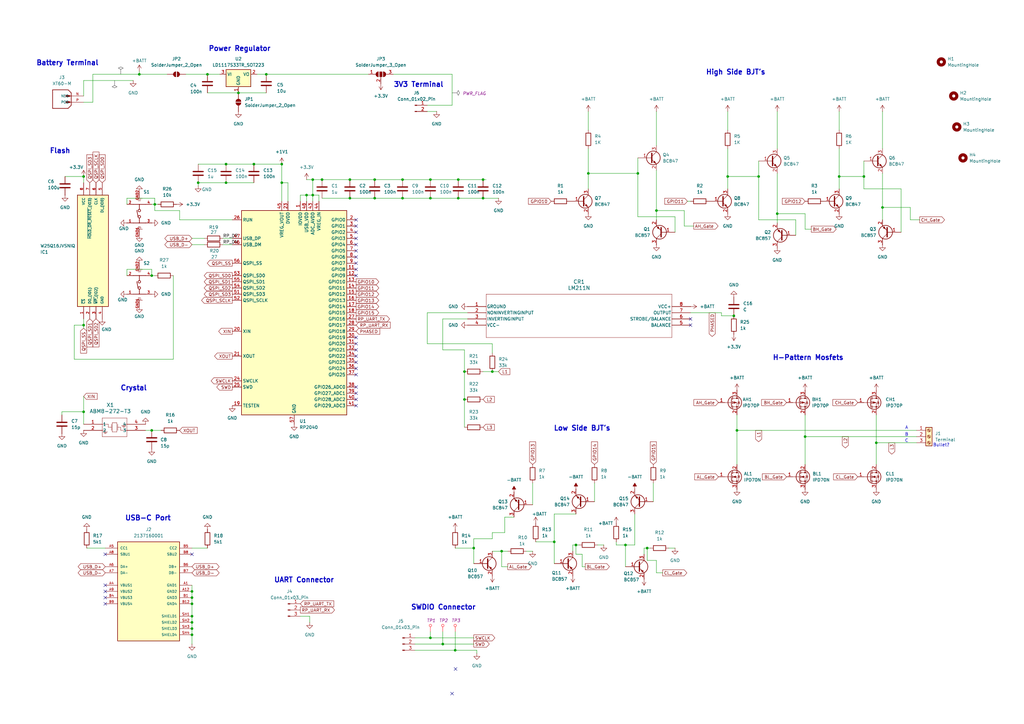
<source format=kicad_sch>
(kicad_sch (version 20231120) (generator "eeschema") (generator_version "8.0")
  (paper "A3")
  (title_block (title "SPROGEE_3_G2_ESC") (rev "0.1") (company "SDU"))
  (junction (at 115.57 67.31))
  (junction (at 269.24 86.36))
  (junction (at 132.08 73.66))
  (junction (at 205.74 226.06))
  (junction (at 62.23 176.53))
  (junction (at 181.61 264.16))
  (junction (at 236.22 223.52))
  (junction (at 165.1 81.28))
  (junction (at 354.33 72.39))
  (junction (at 78.74 255.27))
  (junction (at 165.1 73.66))
  (junction (at 57.15 30.48))
  (junction (at 194.31 224.79))
  (junction (at 81.28 74.93))
  (junction (at 153.67 73.66))
  (junction (at 109.22 30.48))
  (junction (at 92.71 74.93))
  (junction (at 344.17 72.39))
  (junction (at 115.57 74.93))
  (junction (at 62.23 113.03))
  (junction (at 227.33 222.25))
  (junction (at 34.29 168.91))
  (junction (at 187.96 73.66))
  (junction (at 78.74 260.35))
  (junction (at 198.12 73.66))
  (junction (at 143.51 73.66))
  (junction (at 265.43 224.79))
  (junction (at 298.45 72.39))
  (junction (at 261.62 71.12))
  (junction (at 311.15 72.39))
  (junction (at 241.3 71.12))
  (junction (at 190.5 163.83))
  (junction (at 176.53 73.66))
  (junction (at 97.79 38.1))
  (junction (at 92.71 67.31))
  (junction (at 256.54 223.52))
  (junction (at 63.5 83.82))
  (junction (at 359.41 181.61))
  (junction (at 128.27 73.66))
  (junction (at 330.2 179.07))
  (junction (at 104.14 67.31))
  (junction (at 78.74 257.81))
  (junction (at 187.96 81.28))
  (junction (at 153.67 81.28))
  (junction (at 34.29 72.39))
  (junction (at 300.99 129.54))
  (junction (at 176.53 261.62))
  (junction (at 186.69 266.7))
  (junction (at 78.74 245.11))
  (junction (at 143.51 81.28))
  (junction (at 78.74 247.65))
  (junction (at 302.26 176.53))
  (junction (at 85.09 30.48))
  (junction (at 78.74 252.73))
  (junction (at 176.53 81.28))
  (junction (at 190.5 152.4))
  (junction (at 78.74 242.57))
  (junction (at 128.27 80.01))
  (junction (at 34.29 133.35))
  (junction (at 201.93 152.4))
  (junction (at 198.12 81.28))
  (junction (at 125.73 80.01))
  (junction (at 361.95 85.09))
  (junction (at 318.77 87.63))
  (no_connect (at 146.05 95.25))
  (no_connect (at 43.18 247.65))
  (no_connect (at 43.18 240.03))
  (no_connect (at 43.18 227.33))
  (no_connect (at 283.21 130.81))
  (no_connect (at 146.05 140.97))
  (no_connect (at 146.05 166.37))
  (no_connect (at 146.05 151.13))
  (no_connect (at 146.05 146.05))
  (no_connect (at 146.05 100.33))
  (no_connect (at 43.18 245.11))
  (no_connect (at 146.05 153.67))
  (no_connect (at 78.74 227.33))
  (no_connect (at 146.05 105.41))
  (no_connect (at 146.05 158.75))
  (no_connect (at 43.18 242.57))
  (no_connect (at 146.05 102.87))
  (no_connect (at 146.05 113.03))
  (no_connect (at 186.8471 274.3812))
  (no_connect (at 146.05 110.49))
  (no_connect (at 146.05 90.17))
  (no_connect (at 146.05 148.59))
  (no_connect (at 146.05 163.83))
  (no_connect (at 146.05 143.51))
  (no_connect (at 185.42 284.48))
  (no_connect (at 146.05 161.29))
  (no_connect (at 146.05 92.71))
  (no_connect (at 146.05 107.95))
  (no_connect (at 146.05 97.79))
  (no_connect (at 146.05 138.43))
  (no_connect (at 283.21 133.35))
  (wire (pts (xy 78.74 260.35) (xy 78.74 264.16)))
  (wire (pts (xy 118.11 74.93) (xy 118.11 82.55)))
  (wire (pts (xy 115.57 67.31) (xy 115.57 74.93)))
  (wire (pts (xy 361.95 85.09) (xy 373.38 85.09)))
  (wire (pts (xy 143.51 81.28) (xy 153.67 81.28)))
  (wire (pts (xy 207.01 212.09) (xy 210.82 212.09)))
  (wire (pts (xy 234.95 223.52) (xy 234.95 226.06)))
  (wire (pts (xy 241.3 60.96) (xy 241.3 71.12)))
  (wire (pts (xy 170.18 266.7) (xy 186.69 266.7)))
  (wire (pts (xy 91.44 97.79) (xy 95.25 97.79)))
  (wire (pts (xy 283.21 128.27) (xy 295.91 128.27)))
  (wire (pts (xy 318.77 87.63) (xy 318.77 91.44)))
  (wire (pts (xy 369.57 77.47) (xy 354.33 77.47)))
  (wire (pts (xy 264.16 224.79) (xy 265.43 224.79)))
  (wire (pts (xy 186.69 259.08) (xy 186.69 266.7)))
  (wire (pts (xy 241.3 71.12) (xy 241.3 77.47)))
  (wire (pts (xy 201.93 218.44) (xy 201.93 220.98)))
  (wire (pts (xy 267.97 198.12) (xy 267.97 205.74)))
  (wire (pts (xy 123.19 252.73) (xy 127 252.73)))
  (wire (pts (xy 78.74 255.27) (xy 78.74 257.81)))
  (wire (pts (xy 298.45 72.39) (xy 311.15 72.39)))
  (wire (pts (xy 205.74 226.06) (xy 205.74 232.41)))
  (wire (pts (xy 165.1 73.66) (xy 176.53 73.66)))
  (wire (pts (xy 236.22 227.33) (xy 238.76 227.33)))
  (wire (pts (xy 375.92 181.61) (xy 359.41 181.61)))
  (wire (pts (xy 201.93 218.44) (xy 207.01 218.44)))
  (wire (pts (xy 62.23 110.49) (xy 62.23 113.03)))
  (wire (pts (xy 198.12 73.66) (xy 187.96 73.66)))
  (wire (pts (xy 276.86 95.25) (xy 276.86 88.9)))
  (wire (pts (xy 302.26 176.53) (xy 302.26 190.5)))
  (wire (pts (xy 78.74 242.57) (xy 78.74 245.11)))
  (wire (pts (xy 245.11 223.52) (xy 247.65 223.52)))
  (wire (pts (xy 175.26 140.97) (xy 201.93 140.97)))
  (wire (pts (xy 330.2 93.98) (xy 332.74 93.98)))
  (wire (pts (xy 78.74 245.11) (xy 78.74 247.65)))
  (wire (pts (xy 128.27 80.01) (xy 130.81 80.01)))
  (wire (pts (xy 181.61 130.81) (xy 181.61 143.51)))
  (wire (pts (xy 123.19 80.01) (xy 125.73 80.01)))
  (wire (pts (xy 195.58 266.7) (xy 195.58 267.97)))
  (wire (pts (xy 73.66 90.17) (xy 73.66 86.36)))
  (wire (pts (xy 170.18 264.16) (xy 181.61 264.16)))
  (wire (pts (xy 57.15 30.48) (xy 68.58 30.48)))
  (wire (pts (xy 276.86 88.9) (xy 261.62 88.9)))
  (wire (pts (xy 73.66 86.36) (xy 63.5 86.36)))
  (wire (pts (xy 238.76 227.33) (xy 238.76 232.41)))
  (wire (pts (xy 92.71 67.31) (xy 104.14 67.31)))
  (wire (pts (xy 81.28 74.93) (xy 92.71 74.93)))
  (wire (pts (xy 361.95 85.09) (xy 361.95 90.17)))
  (wire (pts (xy 269.24 234.95) (xy 271.78 234.95)))
  (wire (pts (xy 35.56 224.79) (xy 43.18 224.79)))
  (wire (pts (xy 269.24 229.87) (xy 269.24 234.95)))
  (wire (pts (xy 261.62 64.77) (xy 261.62 71.12)))
  (wire (pts (xy 78.74 247.65) (xy 78.74 252.73)))
  (wire (pts (xy 298.45 45.72) (xy 298.45 53.34)))
  (wire (pts (xy 175.26 43.18) (xy 185.42 43.18)))
  (wire (pts (xy 207.01 218.44) (xy 207.01 212.09)))
  (wire (pts (xy 361.95 71.12) (xy 361.95 85.09)))
  (wire (pts (xy 264.16 224.79) (xy 264.16 227.33)))
  (wire (pts (xy 132.08 81.28) (xy 143.51 81.28)))
  (wire (pts (xy 204.47 152.4) (xy 201.93 152.4)))
  (wire (pts (xy 175.26 45.72) (xy 179.07 45.72)))
  (wire (pts (xy 34.29 41.91) (xy 38.1 41.91)))
  (wire (pts (xy 302.26 170.18) (xy 302.26 176.53)))
  (wire (pts (xy 337.82 82.55) (xy 336.55 82.55)))
  (wire (pts (xy 161.29 30.48) (xy 185.42 30.48)))
  (wire (pts (xy 330.2 170.18) (xy 330.2 179.07)))
  (wire (pts (xy 52.07 110.49) (xy 62.23 110.49)))
  (wire (pts (xy 78.74 224.79) (xy 85.09 224.79)))
  (wire (pts (xy 52.07 81.28) (xy 63.5 81.28)))
  (wire (pts (xy 298.45 72.39) (xy 298.45 77.47)))
  (wire (pts (xy 269.24 69.85) (xy 269.24 86.36)))
  (wire (pts (xy 186.69 224.79) (xy 194.31 224.79)))
  (wire (pts (xy 52.07 83.82) (xy 52.07 81.28)))
  (wire (pts (xy 185.42 43.18) (xy 185.42 30.48)))
  (wire (pts (xy 92.71 74.93) (xy 104.14 74.93)))
  (wire (pts (xy 34.29 72.39) (xy 34.29 74.93)))
  (wire (pts (xy 269.24 86.36) (xy 280.67 86.36)))
  (wire (pts (xy 199.39 73.66) (xy 198.12 73.66)))
  (wire (pts (xy 85.09 30.48) (xy 90.17 30.48)))
  (wire (pts (xy 34.29 33.02) (xy 54.61 33.02)))
  (wire (pts (xy 191.77 130.81) (xy 181.61 130.81)))
  (wire (pts (xy 26.67 72.39) (xy 34.29 72.39)))
  (wire (pts (xy 344.17 45.72) (xy 344.17 53.34)))
  (wire (pts (xy 219.71 222.25) (xy 227.33 222.25)))
  (wire (pts (xy 176.53 259.08) (xy 176.53 261.62)))
  (wire (pts (xy 151.13 30.48) (xy 109.22 30.48)))
  (wire (pts (xy 261.62 71.12) (xy 241.3 71.12)))
  (wire (pts (xy 85.09 38.1) (xy 97.79 38.1)))
  (wire (pts (xy 274.32 224.79) (xy 276.86 224.79)))
  (wire (pts (xy 127 252.73) (xy 127 255.27)))
  (wire (pts (xy 369.57 95.25) (xy 369.57 77.47)))
  (wire (pts (xy 281.94 82.55) (xy 283.21 82.55)))
  (wire (pts (xy 25.4 170.18) (xy 25.4 168.91)))
  (wire (pts (xy 243.84 198.12) (xy 243.84 205.74)))
  (wire (pts (xy 190.5 143.51) (xy 190.5 152.4)))
  (wire (pts (xy 205.74 226.06) (xy 208.28 226.06)))
  (wire (pts (xy 318.77 87.63) (xy 330.2 87.63)))
  (wire (pts (xy 125.73 80.01) (xy 128.27 80.01)))
  (wire (pts (xy 187.96 81.28) (xy 198.12 81.28)))
  (wire (pts (xy 71.12 147.32) (xy 30.48 147.32)))
  (wire (pts (xy 62.23 113.03) (xy 63.5 113.03)))
  (wire (pts (xy 241.3 45.72) (xy 241.3 53.34)))
  (wire (pts (xy 38.1 30.48) (xy 57.15 30.48)))
  (wire (pts (xy 354.33 77.47) (xy 354.33 72.39)))
  (wire (pts (xy 302.26 176.53) (xy 375.92 176.53)))
  (wire (pts (xy 25.4 168.91) (xy 34.29 168.91)))
  (wire (pts (xy 280.67 92.71) (xy 280.67 86.36)))
  (wire (pts (xy 34.29 133.35) (xy 34.29 134.62)))
  (wire (pts (xy 81.28 76.2) (xy 81.28 74.93)))
  (wire (pts (xy 298.45 60.96) (xy 298.45 72.39)))
  (wire (pts (xy 205.74 232.41) (xy 208.28 232.41)))
  (wire (pts (xy 344.17 72.39) (xy 354.33 72.39)))
  (wire (pts (xy 260.35 210.82) (xy 260.35 223.52)))
  (wire (pts (xy 123.19 82.55) (xy 123.19 80.01)))
  (wire (pts (xy 227.33 222.25) (xy 227.33 231.14)))
  (wire (pts (xy 194.31 220.98) (xy 194.31 224.79)))
  (wire (pts (xy 218.44 198.12) (xy 218.44 207.01)))
  (wire (pts (xy 260.35 223.52) (xy 256.54 223.52)))
  (wire (pts (xy 91.44 100.33) (xy 95.25 100.33)))
  (wire (pts (xy 63.5 86.36) (xy 63.5 83.82)))
  (wire (pts (xy 176.53 73.66) (xy 187.96 73.66)))
  (wire (pts (xy 181.61 143.51) (xy 190.5 143.51)))
  (wire (pts (xy 359.41 181.61) (xy 359.41 190.5)))
  (wire (pts (xy 78.74 240.03) (xy 78.74 242.57)))
  (wire (pts (xy 176.53 81.28) (xy 187.96 81.28)))
  (wire (pts (xy 30.48 147.32) (xy 30.48 133.35)))
  (wire (pts (xy 115.57 74.93) (xy 115.57 82.55)))
  (wire (pts (xy 238.76 232.41) (xy 240.03 232.41)))
  (wire (pts (xy 265.43 224.79) (xy 266.7 224.79)))
  (wire (pts (xy 295.91 128.27) (xy 295.91 129.54)))
  (wire (pts (xy 78.74 100.33) (xy 83.82 100.33)))
  (wire (pts (xy 165.1 81.28) (xy 176.53 81.28)))
  (wire (pts (xy 181.61 259.08) (xy 181.61 264.16)))
  (wire (pts (xy 52.07 113.03) (xy 52.07 110.49)))
  (wire (pts (xy 318.77 45.72) (xy 318.77 60.96)))
  (wire (pts (xy 227.33 210.82) (xy 227.33 222.25)))
  (wire (pts (xy 105.41 30.48) (xy 109.22 30.48)))
  (wire (pts (xy 359.41 170.18) (xy 359.41 181.61)))
  (wire (pts (xy 62.23 83.82) (xy 63.5 83.82)))
  (wire (pts (xy 256.54 223.52) (xy 256.54 232.41)))
  (wire (pts (xy 30.48 133.35) (xy 34.29 133.35)))
  (wire (pts (xy 269.24 86.36) (xy 269.24 90.17)))
  (wire (pts (xy 63.5 81.28) (xy 63.5 83.82)))
  (wire (pts (xy 326.39 90.17) (xy 311.15 90.17)))
  (wire (pts (xy 71.12 113.03) (xy 71.12 147.32)))
  (wire (pts (xy 128.27 73.66) (xy 132.08 73.66)))
  (wire (pts (xy 330.2 87.63) (xy 330.2 93.98)))
  (wire (pts (xy 198.12 81.28) (xy 204.47 81.28)))
  (wire (pts (xy 330.2 179.07) (xy 375.92 179.07)))
  (wire (pts (xy 361.95 45.72) (xy 361.95 60.96)))
  (wire (pts (xy 191.77 128.27) (xy 175.26 128.27)))
  (wire (pts (xy 373.38 85.09) (xy 373.38 90.17)))
  (wire (pts (xy 190.5 163.83) (xy 190.5 175.26)))
  (wire (pts (xy 76.2 30.48) (xy 85.09 30.48)))
  (wire (pts (xy 236.22 210.82) (xy 227.33 210.82)))
  (wire (pts (xy 215.9 226.06) (xy 218.44 226.06)))
  (wire (pts (xy 186.69 266.7) (xy 195.58 266.7)))
  (wire (pts (xy 236.22 223.52) (xy 237.49 223.52)))
  (wire (pts (xy 201.93 140.97) (xy 201.93 144.78)))
  (wire (pts (xy 318.77 71.12) (xy 318.77 87.63)))
  (wire (pts (xy 153.67 73.66) (xy 165.1 73.66)))
  (wire (pts (xy 190.5 152.4) (xy 190.5 163.83)))
  (wire (pts (xy 284.48 92.71) (xy 280.67 92.71)))
  (wire (pts (xy 234.95 223.52) (xy 236.22 223.52)))
  (wire (pts (xy 194.31 224.79) (xy 194.31 231.14)))
  (wire (pts (xy 265.43 229.87) (xy 269.24 229.87)))
  (wire (pts (xy 252.73 223.52) (xy 252.73 222.25)))
  (wire (pts (xy 62.23 176.53) (xy 66.04 176.53)))
  (wire (pts (xy 38.1 41.91) (xy 38.1 30.48)))
  (wire (pts (xy 34.29 162.56) (xy 34.29 168.91)))
  (wire (pts (xy 256.54 223.52) (xy 252.73 223.52)))
  (wire (pts (xy 354.33 66.04) (xy 354.33 72.39)))
  (wire (pts (xy 153.67 81.28) (xy 165.1 81.28)))
  (wire (pts (xy 97.79 38.1) (xy 109.22 38.1)))
  (wire (pts (xy 170.18 261.62) (xy 176.53 261.62)))
  (wire (pts (xy 34.29 39.37) (xy 34.29 33.02)))
  (wire (pts (xy 130.81 80.01) (xy 130.81 82.55)))
  (wire (pts (xy 236.22 223.52) (xy 236.22 227.33)))
  (wire (pts (xy 57.15 30.48) (xy 57.15 29.21)))
  (wire (pts (xy 181.61 264.16) (xy 194.31 264.16)))
  (wire (pts (xy 201.93 152.4) (xy 198.12 152.4)))
  (wire (pts (xy 311.15 66.04) (xy 311.15 72.39)))
  (wire (pts (xy 34.29 130.81) (xy 34.29 133.35)))
  (wire (pts (xy 326.39 96.52) (xy 326.39 90.17)))
  (wire (pts (xy 143.51 73.66) (xy 153.67 73.66)))
  (wire (pts (xy 295.91 129.54) (xy 300.99 129.54)))
  (wire (pts (xy 128.27 73.66) (xy 128.27 80.01)))
  (wire (pts (xy 176.53 261.62) (xy 194.31 261.62)))
  (wire (pts (xy 104.14 67.31) (xy 115.57 67.31)))
  (wire (pts (xy 125.73 73.66) (xy 128.27 73.66)))
  (wire (pts (xy 125.73 80.01) (xy 125.73 82.55)))
  (wire (pts (xy 201.93 226.06) (xy 205.74 226.06)))
  (wire (pts (xy 81.28 67.31) (xy 92.71 67.31)))
  (wire (pts (xy 330.2 179.07) (xy 330.2 190.5)))
  (wire (pts (xy 95.25 90.17) (xy 73.66 90.17)))
  (wire (pts (xy 311.15 72.39) (xy 311.15 90.17)))
  (wire (pts (xy 59.69 176.53) (xy 62.23 176.53)))
  (wire (pts (xy 373.38 90.17) (xy 377.19 90.17)))
  (wire (pts (xy 63.5 83.82) (xy 64.77 83.82)))
  (wire (pts (xy 175.26 128.27) (xy 175.26 140.97)))
  (wire (pts (xy 132.08 73.66) (xy 143.51 73.66)))
  (wire (pts (xy 265.43 224.79) (xy 265.43 229.87)))
  (wire (pts (xy 269.24 45.72) (xy 269.24 59.69)))
  (wire (pts (xy 201.93 220.98) (xy 194.31 220.98)))
  (wire (pts (xy 128.27 80.01) (xy 128.27 82.55)))
  (wire (pts (xy 34.29 168.91) (xy 34.29 173.99)))
  (wire (pts (xy 78.74 257.81) (xy 78.74 260.35)))
  (wire (pts (xy 118.11 74.93) (xy 115.57 74.93)))
  (wire (pts (xy 78.74 252.73) (xy 78.74 255.27)))
  (wire (pts (xy 344.17 72.39) (xy 344.17 77.47)))
  (wire (pts (xy 344.17 60.96) (xy 344.17 72.39)))
  (wire (pts (xy 261.62 71.12) (xy 261.62 88.9)))
  (wire (pts (xy 78.74 97.79) (xy 83.82 97.79)))
  (text "High Side BJT's" (at 301.752 29.718 0) (effects (font (size 2.032 2.032) (thickness 0.4064) (bold yes))))
  (text "SWDIO Connector\n" (at 181.864 249.174 0) (effects (font (size 2.032 2.032) (thickness 0.4064) (bold yes))))
  (text "A\n" (at 371.856 175.514 0) (effects (font (size 1.27 1.27))))
  (text "Low Side BJT's" (at 238.76 175.768 0) (effects (font (size 2.032 2.032) (thickness 0.4064) (bold yes))))
  (text "Power Regulator\n" (at 98.298 20.066 0) (effects (font (size 2.032 2.032) (thickness 0.4064) (bold yes))))
  (text "UART Connector\n" (at 124.714 237.998 0) (effects (font (size 2.032 2.032) (thickness 0.4064) (bold yes))))
  (text "USB-C Port\n" (at 60.706 212.598 0) (effects (font (size 2.032 2.032) (thickness 0.4064) (bold yes))))
  (text "H-Pattern Mosfets\n" (at 331.47 146.812 0) (effects (font (size 2.032 2.032) (thickness 0.4064) (bold yes))))
  (text "Crystal\n" (at 54.864 159.258 0) (effects (font (size 2.032 2.032) (thickness 0.4064) (bold yes))))
  (text "Bullet?\n" (at 386.08 182.626 0) (effects (font (size 1.27 1.27))))
  (text "Flash\n" (at 24.638 61.976 0) (effects (font (size 2.032 2.032) (thickness 0.4064) (bold yes))))
  (text "B" (at 371.856 178.308 0) (effects (font (size 1.27 1.27))))
  (text "C\n" (at 371.856 180.848 0) (effects (font (size 1.27 1.27))))
  (text "Battery Terminal\n" (at 27.686 25.908 0) (effects (font (size 2.032 2.032) (thickness 0.4064) (bold yes))))
  (text "3V3 Terminal\n" (at 171.704 34.798 0) (effects (font (size 2.032 2.032) (thickness 0.4064) (bold yes))))
  (label "RP_DN" (at 91.44 100.33 0))
  (label "RP_DP" (at 91.44 97.79 0))
  (global_label "XOUT" (shape output) (at 95.25 146.05 180) (property "Intersheetrefs" "${INTERSHEET_REFS}" (effects (hide yes))))
  (global_label "USB_D-" (shape bidirectional) (at 78.74 100.33 180) (property "Intersheetrefs" "${INTERSHEET_REFS}" (effects (hide yes))))
  (global_label "BH_Gate" (shape output) (at 332.74 93.98 0) (property "Intersheetrefs" "${INTERSHEET_REFS}" (effects (hide yes))))
  (global_label "GPIO12" (shape output) (at 146.05 120.65 0) (property "Intersheetrefs" "${INTERSHEET_REFS}" (effects (hide yes))))
  (global_label "GPIO15" (shape output) (at 146.05 128.27 0) (property "Intersheetrefs" "${INTERSHEET_REFS}" (effects (hide yes))))
  (global_label "SWD" (shape output) (at 194.31 264.16 0) (property "Intersheetrefs" "${INTERSHEET_REFS}" (effects (hide yes))))
  (global_label "GPIO10" (shape input) (at 226.06 82.55 180) (property "Intersheetrefs" "${INTERSHEET_REFS}" (effects (hide yes))))
  (global_label "L1" (shape output) (at 311.15 176.53 270) (property "Intersheetrefs" "${INTERSHEET_REFS}" (effects (hide yes))))
  (global_label "RP_UART_TX" (shape output) (at 146.05 130.81 0) (property "Intersheetrefs" "${INTERSHEET_REFS}" (effects (hide yes))))
  (global_label "GPIO14" (shape input) (at 243.84 190.5 90) (property "Intersheetrefs" "${INTERSHEET_REFS}" (effects (hide yes))))
  (global_label "SWD" (shape output) (at 95.25 158.75 180) (property "Intersheetrefs" "${INTERSHEET_REFS}" (effects (hide yes))))
  (global_label "SWCLK" (shape output) (at 95.25 156.21 180) (property "Intersheetrefs" "${INTERSHEET_REFS}" (effects (hide yes))))
  (global_label "GPIO14" (shape output) (at 146.05 125.73 0) (property "Intersheetrefs" "${INTERSHEET_REFS}" (effects (hide yes))))
  (global_label "QSPI_SD0" (shape output) (at 95.25 113.03 180) (property "Intersheetrefs" "${INTERSHEET_REFS}" (effects (hide yes))))
  (global_label "CH_Gate" (shape output) (at 377.19 90.17 0) (property "Intersheetrefs" "${INTERSHEET_REFS}" (effects (hide yes))))
  (global_label "BL_Gate" (shape output) (at 240.03 232.41 0) (property "Intersheetrefs" "${INTERSHEET_REFS}" (effects (hide yes))))
  (global_label "SWCLK" (shape output) (at 194.31 261.62 0) (property "Intersheetrefs" "${INTERSHEET_REFS}" (effects (hide yes))))
  (global_label "CL_Gate" (shape input) (at 351.79 195.58 180) (property "Intersheetrefs" "${INTERSHEET_REFS}" (effects (hide yes))))
  (global_label "CH_Gate" (shape input) (at 351.79 165.1 180) (property "Intersheetrefs" "${INTERSHEET_REFS}" (effects (hide yes))))
  (global_label "QSPI_SD2" (shape output) (at 95.25 118.11 180) (property "Intersheetrefs" "${INTERSHEET_REFS}" (effects (hide yes))))
  (global_label "XOUT" (shape input) (at 73.66 176.53 0) (property "Intersheetrefs" "${INTERSHEET_REFS}" (effects (hide yes))))
  (global_label "L2" (shape output) (at 346.71 179.07 270) (property "Intersheetrefs" "${INTERSHEET_REFS}" (effects (hide yes))))
  (global_label "RP_UART_RX" (shape input) (at 146.05 133.35 0) (property "Intersheetrefs" "${INTERSHEET_REFS}" (effects (hide yes))))
  (global_label "RP_UART_RX" (shape output) (at 123.19 250.19 0) (property "Intersheetrefs" "${INTERSHEET_REFS}" (effects (hide yes))))
  (global_label "QSPI_SD1" (shape output) (at 95.25 115.57 180) (property "Intersheetrefs" "${INTERSHEET_REFS}" (effects (hide yes))))
  (global_label "QSPI_SD3" (shape input) (at 36.83 74.93 90) (property "Intersheetrefs" "${INTERSHEET_REFS}" (effects (hide yes))))
  (global_label "L3" (shape output) (at 365.76 181.61 270) (property "Intersheetrefs" "${INTERSHEET_REFS}" (effects (hide yes))))
  (global_label "USB_D+" (shape bidirectional) (at 43.18 232.41 180) (property "Intersheetrefs" "${INTERSHEET_REFS}" (effects (hide yes))))
  (global_label "GPIO11" (shape input) (at 281.94 82.55 180) (property "Intersheetrefs" "${INTERSHEET_REFS}" (effects (hide yes))))
  (global_label "AL_Gate" (shape output) (at 208.28 232.41 0) (property "Intersheetrefs" "${INTERSHEET_REFS}" (effects (hide yes))))
  (global_label "PHASED" (shape input) (at 146.05 135.89 0) (property "Intersheetrefs" "${INTERSHEET_REFS}" (effects (hide yes))))
  (global_label "XIN" (shape output) (at 95.25 135.89 180) (property "Intersheetrefs" "${INTERSHEET_REFS}" (effects (hide yes))))
  (global_label "CL_Gate" (shape output) (at 271.78 234.95 0) (property "Intersheetrefs" "${INTERSHEET_REFS}" (effects (hide yes))))
  (global_label "GPIO11" (shape output) (at 146.05 118.11 0) (property "Intersheetrefs" "${INTERSHEET_REFS}" (effects (hide yes))))
  (global_label "USB_D+" (shape bidirectional) (at 78.74 232.41 0) (property "Intersheetrefs" "${INTERSHEET_REFS}" (effects (hide yes))))
  (global_label "USB_D+" (shape bidirectional) (at 78.74 97.79 180) (property "Intersheetrefs" "${INTERSHEET_REFS}" (effects (hide yes))))
  (global_label "QSPI_SCLK" (shape input) (at 39.37 74.93 90) (property "Intersheetrefs" "${INTERSHEET_REFS}" (effects (hide yes))))
  (global_label "RP_UART_TX" (shape input) (at 123.19 247.65 0) (property "Intersheetrefs" "${INTERSHEET_REFS}" (effects (hide yes))))
  (global_label "USB_D-" (shape bidirectional) (at 78.74 234.95 0) (property "Intersheetrefs" "${INTERSHEET_REFS}" (effects (hide yes))))
  (global_label "BL_Gate" (shape input) (at 322.58 195.58 180) (property "Intersheetrefs" "${INTERSHEET_REFS}" (effects (hide yes))))
  (global_label "GPIO13" (shape output) (at 146.05 123.19 0) (property "Intersheetrefs" "${INTERSHEET_REFS}" (effects (hide yes))))
  (global_label "QSPI_SD2" (shape input) (at 39.37 130.81 270) (property "Intersheetrefs" "${INTERSHEET_REFS}" (effects (hide yes))))
  (global_label "AH_Gate" (shape output) (at 284.48 92.71 0) (property "Intersheetrefs" "${INTERSHEET_REFS}" (effects (hide yes))))
  (global_label "USB_D-" (shape bidirectional) (at 43.18 234.95 180) (property "Intersheetrefs" "${INTERSHEET_REFS}" (effects (hide yes))))
  (global_label "QSPI_SD0" (shape input) (at 41.91 74.93 90) (property "Intersheetrefs" "${INTERSHEET_REFS}" (effects (hide yes))))
  (global_label "L3" (shape input) (at 198.12 175.26 0) (property "Intersheetrefs" "${INTERSHEET_REFS}" (effects (hide yes))))
  (global_label "GPIO10" (shape output) (at 146.05 115.57 0) (effects (font (thickness 0.1588))) (property "Intersheetrefs" "${INTERSHEET_REFS}" (effects (hide yes))))
  (global_label "QSPI_SD1" (shape input) (at 36.83 130.81 270) (property "Intersheetrefs" "${INTERSHEET_REFS}" (effects (hide yes))))
  (global_label "QSPI_SD3" (shape output) (at 95.25 120.65 180) (property "Intersheetrefs" "${INTERSHEET_REFS}" (effects (hide yes))))
  (global_label "L1" (shape input) (at 204.47 152.4 0) (property "Intersheetrefs" "${INTERSHEET_REFS}" (effects (hide yes))))
  (global_label "BH_Gate" (shape input) (at 322.58 165.1 180) (property "Intersheetrefs" "${INTERSHEET_REFS}" (effects (hide yes))))
  (global_label "GPIO12" (shape input) (at 330.2 82.55 180) (property "Intersheetrefs" "${INTERSHEET_REFS}" (effects (hide yes))))
  (global_label "GPIO13" (shape input) (at 218.44 190.5 90) (property "Intersheetrefs" "${INTERSHEET_REFS}" (effects (hide yes))))
  (global_label "AH_Gate" (shape input) (at 294.64 165.1 180) (property "Intersheetrefs" "${INTERSHEET_REFS}" (effects (hide yes))))
  (global_label "QSPI_SS" (shape output) (at 95.25 107.95 180) (property "Intersheetrefs" "${INTERSHEET_REFS}" (effects (hide yes))))
  (global_label "XIN" (shape input) (at 34.29 162.56 0) (property "Intersheetrefs" "${INTERSHEET_REFS}" (effects (hide yes))))
  (global_label "GPIO15" (shape input) (at 267.97 190.5 90) (property "Intersheetrefs" "${INTERSHEET_REFS}" (effects (hide yes))))
  (global_label "PHASED" (shape output) (at 292.1 128.27 270) (property "Intersheetrefs" "${INTERSHEET_REFS}" (effects (hide yes))))
  (global_label "L2" (shape input) (at 198.12 163.83 0) (property "Intersheetrefs" "${INTERSHEET_REFS}" (effects (hide yes))))
  (global_label "QSPI_SS" (shape input) (at 34.29 134.62 270) (property "Intersheetrefs" "${INTERSHEET_REFS}" (effects (hide yes))))
  (global_label "AL_Gate" (shape input) (at 294.64 195.58 180) (property "Intersheetrefs" "${INTERSHEET_REFS}" (effects (hide yes))))
  (global_label "QSPI_SCLK" (shape output) (at 95.25 123.19 180) (property "Intersheetrefs" "${INTERSHEET_REFS}" (effects (hide yes))))
  (netclass_flag "" (length 2.54) (shape round) (at 186.69 259.08 0) (property "Netclass" "TP3" (at 185.166 254.508 0) (effects (font (italic yes)) (justify left))))
  (netclass_flag "" (length 2.54) (shape round) (at 176.53 259.08 0) (property "Netclass" "TP1" (at 175.006 254.508 0) (effects (font (italic yes)) (justify left))))
  (netclass_flag "" (length 2.54) (shape diamond) (at 49.53 30.48 0) (property "Netclass" "PWR_FLAG" (effects (hide yes))))
  (netclass_flag "" (length 2.54) (shape diamond) (at 185.42 38.1 270) (property "Netclass" "PWR_FLAG" (at 189.738 38.354 0) (effects (font (italic yes)) (justify left))))
  (netclass_flag "" (length 2.54) (shape diamond) (at 46.99 33.02 180) (property "Netclass" "PWR_FLAG" (effects (hide yes))))
  (netclass_flag "" (length 2.54) (shape round) (at 181.61 259.08 0) (property "Netclass" "TP2" (at 180.086 254.508 0) (effects (font (italic yes)) (justify left))))
  (symbol (lib_id "power:GND") (at 78.74 264.16 0) (unit 1)
    (property "Reference" "#PWR047" (effects (hide yes)))
    (property "Value" "GND" (at 78.74 269.24 0))
    (property "Description" "Power symbol creates a global label with name \"GND\" , ground" (effects (hide yes)))
  )
  (symbol (lib_id "Device:C") (at 176.53 77.47 0) (unit 1)
    (property "Reference" "C10" (at 180.34 76.1999 0) (effects (justify left)))
    (property "Value" "100n" (at 180.34 78.7399 0) (effects (justify left)))
    (property "Footprint" "Capacitor_SMD:C_0805_2012Metric" (effects (hide yes)))
    (property "Description" "Unpolarized capacitor" (effects (hide yes)))
  )
  (symbol (lib_id "power:+BATT") (at 264.16 237.49 180) (unit 1)
    (property "Reference" "#PWR021" (effects (hide yes)))
    (property "Value" "+BATT" (at 264.16 242.57 0))
    (property "Description" "Power symbol creates a global label with name \"+BATT\"" (effects (hide yes)))
  )
  (symbol (lib_id "power:+3.3V") (at 156.21 34.29 180) (unit 1)
    (property "Reference" "#PWR042" (effects (hide yes)))
    (property "Value" "+3.3V" (at 156.21 39.37 0))
    (property "Description" "Power symbol creates a global label with name \"+3.3V\"" (effects (hide yes)))
  )
  (symbol (lib_id "Transistor_BJT:BC847") (at 359.41 66.04 0) (unit 1)
    (property "Reference" "Q6" (at 364.49 64.7699 0) (effects (justify left)))
    (property "Value" "BC847" (at 364.49 67.3099 0) (effects (justify left)))
    (property "Footprint" "Package_TO_SOT_SMD:SOT-23" (effects (hide yes)))
    (property "Datasheet" "http://www.infineon.com/dgdl/Infineon-BC847SERIES_BC848SERIES_BC849SERIES_BC850SERIES-DS-v01_01-en.pdf?fileId=db3a304314dca389011541d4630a1657" (effects (hide yes)))
    (property "Description" "0.1A Ic, 45V Vce, NPN Transistor, SOT-23" (effects (hide yes)))
  )
  (symbol (lib_id "Device:R") (at 287.02 82.55 90) (unit 1)
    (property "Reference" "R2" (at 287.02 76.2 90))
    (property "Value" "1k" (at 287.02 78.74 90))
    (property "Footprint" "Resistor_SMD:R_0805_2012Metric" (effects (hide yes)))
    (property "Description" "Resistor" (effects (hide yes)))
  )
  (symbol (lib_id "Transistor_BJT:BC847") (at 316.23 66.04 0) (unit 1)
    (property "Reference" "Q5" (at 321.31 64.7699 0) (effects (justify left)))
    (property "Value" "BC847" (at 321.31 67.3099 0) (effects (justify left)))
    (property "Footprint" "Package_TO_SOT_SMD:SOT-23" (effects (hide yes)))
    (property "Datasheet" "http://www.infineon.com/dgdl/Infineon-BC847SERIES_BC848SERIES_BC849SERIES_BC850SERIES-DS-v01_01-en.pdf?fileId=db3a304314dca389011541d4630a1657" (effects (hide yes)))
    (property "Description" "0.1A Ic, 45V Vce, NPN Transistor, SOT-23" (effects (hide yes)))
  )
  (symbol (lib_id "power:GND") (at 330.2 200.66 0) (unit 1)
    (property "Reference" "#PWR017" (effects (hide yes)))
    (property "Value" "GND" (at 330.2 205.74 0))
    (property "Description" "Power symbol creates a global label with name \"GND\" , ground" (effects (hide yes)))
  )
  (symbol (lib_id "Transistor_BJT:BC847") (at 341.63 82.55 0) (unit 1)
    (property "Reference" "Q9" (at 346.71 81.2799 0) (effects (justify left)))
    (property "Value" "BC847" (at 346.71 83.8199 0) (effects (justify left)))
    (property "Footprint" "Package_TO_SOT_SMD:SOT-23" (effects (hide yes)))
    (property "Datasheet" "http://www.infineon.com/dgdl/Infineon-BC847SERIES_BC848SERIES_BC849SERIES_BC850SERIES-DS-v01_01-en.pdf?fileId=db3a304314dca389011541d4630a1657" (effects (hide yes)))
    (property "Description" "0.1A Ic, 45V Vce, NPN Transistor, SOT-23" (effects (hide yes)))
  )
  (symbol (lib_id "power:+BATT") (at 344.17 45.72 0) (unit 1)
    (property "Reference" "#PWR07" (effects (hide yes)))
    (property "Value" "+BATT" (at 344.17 40.64 0))
    (property "Description" "Power symbol creates a global label with name \"+BATT\"" (effects (hide yes)))
  )
  (symbol (lib_id "Device:R") (at 298.45 57.15 0) (unit 1)
    (property "Reference" "R5" (at 300.99 55.8799 0) (effects (justify left)))
    (property "Value" "1K" (at 300.99 58.4199 0) (effects (justify left)))
    (property "Footprint" "Resistor_SMD:R_0805_2012Metric" (effects (hide yes)))
    (property "Description" "Resistor" (effects (hide yes)))
  )
  (symbol (lib_id "Device:R") (at 67.31 113.03 90) (unit 1)
    (property "Reference" "R27" (at 67.31 106.68 90))
    (property "Value" "1k" (at 67.31 109.22 90))
    (property "Footprint" "Resistor_SMD:R_0805_2012Metric" (effects (hide yes)))
    (property "Description" "Resistor" (effects (hide yes)))
  )
  (symbol (lib_id "power:+BATT") (at 234.95 236.22 180) (unit 1)
    (property "Reference" "#PWR020" (effects (hide yes)))
    (property "Value" "+BATT" (at 234.95 241.3 0))
    (property "Description" "Power symbol creates a global label with name \"+BATT\"" (effects (hide yes)))
  )
  (symbol (lib_id "Device:Q_PMOS_GSD") (at 299.72 165.1 0) (unit 1)
    (property "Reference" "AH1" (at 304.546 163.83 0) (effects (justify left)))
    (property "Value" "IPD70P" (at 304.546 166.37 0) (effects (justify left)))
    (property "Footprint" "SPROGEE3:IPD70P04P4L08ATMA2" (effects (hide yes)))
    (property "Description" "P-MOSFET transistor, gate/source/drain" (effects (hide yes)))
  )
  (symbol (lib_id "Mechanical:MountingHole") (at 391.16 39.37 0) (unit 1) (exclude_from_sim yes) (in_bom no)
    (property "Reference" "H2" (at 393.7 38.0999 0) (effects (justify left)))
    (property "Value" "MountingHole" (at 393.7 40.6399 0) (effects (justify left)))
    (property "Footprint" "MountingHole:MountingHole_3.2mm_M3" (effects (hide yes)))
    (property "Description" "Mounting Hole without connection" (effects (hide yes)))
  )
  (symbol (lib_id "Device:C") (at 198.12 77.47 0) (unit 1)
    (property "Reference" "C12" (at 201.93 76.1999 0) (effects (justify left)))
    (property "Value" "100n" (at 201.93 78.7399 0) (effects (justify left)))
    (property "Footprint" "Capacitor_SMD:C_0805_2012Metric" (effects (hide yes)))
    (property "Description" "Unpolarized capacitor" (effects (hide yes)))
  )
  (symbol (lib_id "power:GND") (at 204.47 81.28 0) (unit 1)
    (property "Reference" "#PWR02" (effects (hide yes)))
    (property "Value" "GND" (at 204.47 86.36 0))
    (property "Description" "Power symbol creates a global label with name \"GND\" , ground" (effects (hide yes)))
  )
  (symbol (lib_id "Device:R") (at 85.09 220.98 0) (unit 1)
    (property "Reference" "R18" (at 87.63 219.7099 0) (effects (justify left)))
    (property "Value" "5k1" (at 87.63 222.2499 0) (effects (justify left)))
    (property "Footprint" "Resistor_SMD:R_0805_2012Metric" (effects (hide yes)))
    (property "Description" "Resistor" (effects (hide yes)))
  )
  (symbol (lib_id "Device:C") (at 104.14 71.12 0) (unit 1)
    (property "Reference" "C13" (at 107.95 69.8499 0) (effects (justify left)))
    (property "Value" "100n" (at 107.95 72.3899 0) (effects (justify left)))
    (property "Footprint" "Capacitor_SMD:C_0805_2012Metric" (effects (hide yes)))
    (property "Description" "Unpolarized capacitor" (effects (hide yes)))
  )
  (symbol (lib_id "power:GND") (at 298.45 87.63 0) (unit 1)
    (property "Reference" "#PWR043" (effects (hide yes)))
    (property "Value" "GND" (at 298.45 92.71 0))
    (property "Description" "Power symbol creates a global label with name \"GND\" , ground" (effects (hide yes)))
  )
  (symbol (lib_id "power:+BATT") (at 318.77 45.72 0) (unit 1)
    (property "Reference" "#PWR08" (effects (hide yes)))
    (property "Value" "+BATT" (at 318.77 40.64 0))
    (property "Description" "Power symbol creates a global label with name \"+BATT\"" (effects (hide yes)))
  )
  (symbol (lib_id "power:GND") (at 97.79 45.72 0) (unit 1)
    (property "Reference" "#PWR041" (effects (hide yes)))
    (property "Value" "GND" (at 97.79 50.8 0))
    (property "Description" "Power symbol creates a global label with name \"GND\" , ground" (effects (hide yes)))
  )
  (symbol (lib_id "2024-11-18_13-43-50:ABM8-272-T3") (at 34.29 173.99 0) (unit 1)
    (property "Reference" "X1" (at 45.212 166.116 0) (effects (font (size 1.524 1.524))))
    (property "Value" "ABM8-272-T3" (at 45.212 168.656 0) (effects (font (size 1.524 1.524))))
    (property "Footprint" "SPROGEE3:ABM8-272-T3_ABR" (effects (hide yes)))
    (property "Datasheet" "ABM8-272-T3" (effects (hide yes)))
  )
  (symbol (lib_id "power:+BATT") (at 359.41 160.02 0) (unit 1)
    (property "Reference" "#PWR012" (effects (hide yes)))
    (property "Value" "+BATT" (at 359.41 154.94 0))
    (property "Description" "Power symbol creates a global label with name \"+BATT\"" (effects (hide yes)))
  )
  (symbol (lib_id "Device:C") (at 187.96 77.47 0) (unit 1)
    (property "Reference" "C11" (at 191.77 76.1999 0) (effects (justify left)))
    (property "Value" "100n" (at 191.77 78.7399 0) (effects (justify left)))
    (property "Footprint" "Capacitor_SMD:C_0805_2012Metric" (effects (hide yes)))
    (property "Description" "Unpolarized capacitor" (effects (hide yes)))
  )
  (symbol (lib_id "Device:R") (at 69.85 176.53 90) (unit 1)
    (property "Reference" "R16" (at 69.85 170.18 90))
    (property "Value" "1k" (at 69.85 172.72 90))
    (property "Footprint" "Resistor_SMD:R_0805_2012Metric" (effects (hide yes)))
    (property "Description" "Resistor" (effects (hide yes)))
  )
  (symbol (lib_id "Connector:Screw_Terminal_01x03") (at 381 179.07 0) (unit 1)
    (property "Reference" "J1" (at 383.54 177.7999 0) (effects (justify left)))
    (property "Value" "Terminal" (at 383.54 180.3399 0) (effects (justify left)))
    (property "Footprint" "TerminalBlock:TerminalBlock_Altech_AK300-3_P5.00mm" (effects (hide yes)))
    (property "Description" "Generic screw terminal, single row, 01x03, script generated (kicad-library-utils/schlib/autogen/connector/)" (effects (hide yes)))
  )
  (symbol (lib_id "power:GND") (at 26.67 80.01 0) (unit 1)
    (property "Reference" "#PWR031" (effects (hide yes)))
    (property "Value" "GND" (at 26.67 85.09 0))
    (property "Description" "Power symbol creates a global label with name \"GND\" , ground" (effects (hide yes)))
  )
  (symbol (lib_id "Jumper:SolderJumper_2_Open") (at 72.39 30.48 180) (unit 1) (exclude_from_sim yes) (in_bom no)
    (property "Reference" "JP2" (at 72.39 24.13 0))
    (property "Value" "SolderJumper_2_Open" (at 72.39 26.67 0))
    (property "Footprint" "Jumper:SolderJumper-2_P1.3mm_Open_RoundedPad1.0x1.5mm" (effects (hide yes)))
    (property "Description" "Solder Jumper, 2-pole, open" (effects (hide yes)))
  )
  (symbol (lib_id "Device:C") (at 85.09 34.29 0) (unit 1)
    (property "Reference" "C4" (at 77.978 35.052 0) (effects (justify left)))
    (property "Value" "100n" (at 77.978 37.592 0) (effects (justify left)))
    (property "Footprint" "Capacitor_SMD:C_0805_2012Metric" (effects (hide yes)))
    (property "Description" "Unpolarized capacitor" (effects (hide yes)))
  )
  (symbol (lib_id "Mechanical:MountingHole") (at 392.43 52.07 0) (unit 1) (exclude_from_sim yes) (in_bom no)
    (property "Reference" "H3" (at 394.97 50.7999 0) (effects (justify left)))
    (property "Value" "MountingHole" (at 394.97 53.3399 0) (effects (justify left)))
    (property "Footprint" "MountingHole:MountingHole_3.2mm_M3" (effects (hide yes)))
    (property "Description" "Mounting Hole without connection" (effects (hide yes)))
  )
  (symbol (lib_id "power:GND") (at 41.91 130.81 0) (unit 1)
    (property "Reference" "#PWR032" (effects (hide yes)))
    (property "Value" "GND" (at 43.688 135.128 0))
    (property "Description" "Power symbol creates a global label with name \"GND\" , ground" (effects (hide yes)))
  )
  (symbol (lib_id "power:GND") (at 247.65 223.52 0) (unit 1)
    (property "Reference" "#PWR026" (effects (hide yes)))
    (property "Value" "GND" (at 247.65 228.6 0))
    (property "Description" "Power symbol creates a global label with name \"GND\" , ground" (effects (hide yes)))
  )
  (symbol (lib_id "power:GND") (at 52.07 91.44 270) (unit 1)
    (property "Reference" "#PWR065" (effects (hide yes)))
    (property "Value" "GND" (at 52.832 93.726 90) (effects (justify right)))
    (property "Description" "Power symbol creates a global label with name \"GND\" , ground" (effects (hide yes)))
  )
  (symbol (lib_id "Device:R") (at 344.17 57.15 0) (unit 1)
    (property "Reference" "R6" (at 346.71 55.8799 0) (effects (justify left)))
    (property "Value" "1K" (at 346.71 58.4199 0) (effects (justify left)))
    (property "Footprint" "Resistor_SMD:R_0805_2012Metric" (effects (hide yes)))
    (property "Description" "Resistor" (effects (hide yes)))
  )
  (symbol (lib_id "LM211N Comparator:LM211N") (at 191.77 125.73 0) (unit 1)
    (property "Reference" "CR1" (at 237.49 115.57 0) (effects (font (size 1.524 1.524))))
    (property "Value" "LM211N" (at 237.49 118.11 0) (effects (font (size 1.524 1.524))))
    (property "Footprint" "SPROGEE3:DIP-8_STM" (effects (hide yes)))
    (property "Datasheet" "LM211N" (effects (hide yes)))
  )
  (symbol (lib_id "Device:R") (at 267.97 194.31 0) (unit 1)
    (property "Reference" "R9" (at 270.51 193.0399 0) (effects (justify left)))
    (property "Value" "1k" (at 270.51 195.5799 0) (effects (justify left)))
    (property "Footprint" "Resistor_SMD:R_0805_2012Metric" (effects (hide yes)))
    (property "Description" "Resistor" (effects (hide yes)))
  )
  (symbol (lib_id "power:GND") (at 54.61 33.02 0) (unit 1)
    (property "Reference" "#PWR01" (effects (hide yes)))
    (property "Value" "GND" (at 54.61 38.1 0))
    (property "Description" "Power symbol creates a global label with name \"GND\" , ground" (effects (hide yes)))
  )
  (symbol (lib_id "power:GND") (at 34.29 176.53 0) (unit 1)
    (property "Reference" "#PWR033" (effects (hide yes)))
    (property "Value" "GND" (at 34.29 181.61 0))
    (property "Description" "Power symbol creates a global label with name \"GND\" , ground" (effects (hide yes)))
  )
  (symbol (lib_id "Transistor_BJT:BC857") (at 271.78 95.25 180) (unit 1)
    (property "Reference" "Q1" (at 266.7 93.9799 0) (effects (justify left)))
    (property "Value" "BC857" (at 266.7 96.5199 0) (effects (justify left)))
    (property "Footprint" "Package_TO_SOT_SMD:SOT-23" (effects (hide yes)))
    (property "Datasheet" "https://www.onsemi.com/pub/Collateral/BC860-D.pdf" (effects (hide yes)))
    (property "Description" "0.1A Ic, 45V Vce, PNP Transistor, SOT-23" (effects (hide yes)))
  )
  (symbol (lib_id "power:+BATT") (at 186.69 217.17 0) (unit 1)
    (property "Reference" "#PWR028" (effects (hide yes)))
    (property "Value" "+BATT" (at 186.69 212.09 0))
    (property "Description" "Power symbol creates a global label with name \"+BATT\"" (effects (hide yes)))
  )
  (symbol (lib_id "Transistor_BJT:BC847") (at 213.36 207.01 180) (unit 1)
    (property "Reference" "Q13" (at 208.28 205.7399 0) (effects (justify left)))
    (property "Value" "BC847" (at 208.28 208.2799 0) (effects (justify left)))
    (property "Footprint" "Package_TO_SOT_SMD:SOT-23" (effects (hide yes)))
    (property "Datasheet" "http://www.infineon.com/dgdl/Infineon-BC847SERIES_BC848SERIES_BC849SERIES_BC850SERIES-DS-v01_01-en.pdf?fileId=db3a304314dca389011541d4630a1657" (effects (hide yes)))
    (property "Description" "0.1A Ic, 45V Vce, NPN Transistor, SOT-23" (effects (hide yes)))
  )
  (symbol (lib_id "Transistor_BJT:BC857") (at 199.39 231.14 0) (unit 1)
    (property "Reference" "Q10" (at 191.77 233.934 0) (effects (justify left)))
    (property "Value" "BC857" (at 191.77 236.474 0) (effects (justify left)))
    (property "Footprint" "Package_TO_SOT_SMD:SOT-23" (effects (hide yes)))
    (property "Datasheet" "https://www.onsemi.com/pub/Collateral/BC860-D.pdf" (effects (hide yes)))
    (property "Description" "0.1A Ic, 45V Vce, PNP Transistor, SOT-23" (effects (hide yes)))
  )
  (symbol (lib_id "power:+1V1") (at 115.57 67.31 0) (unit 1)
    (property "Reference" "#PWR053" (effects (hide yes)))
    (property "Value" "+1V1" (at 115.57 62.23 0))
    (property "Description" "Power symbol creates a global label with name \"+1V1\"" (effects (hide yes)))
  )
  (symbol (lib_id "Device:C") (at 25.4 173.99 0) (unit 1)
    (property "Reference" "C7" (at 29.21 172.7199 0) (effects (justify left)))
    (property "Value" "15p" (at 29.21 175.2599 0) (effects (justify left)))
    (property "Footprint" "Capacitor_SMD:C_0805_2012Metric" (effects (hide yes)))
    (property "Description" "Unpolarized capacitor" (effects (hide yes)))
  )
  (symbol (lib_id "Device:R") (at 186.69 220.98 0) (unit 1)
    (property "Reference" "R14" (at 189.23 219.7099 0) (effects (justify left)))
    (property "Value" "1k" (at 189.23 222.2499 0) (effects (justify left)))
    (property "Footprint" "Resistor_SMD:R_0805_2012Metric" (effects (hide yes)))
    (property "Description" "Resistor" (effects (hide yes)))
  )
  (symbol (lib_id "power:+BATT") (at 201.93 236.22 180) (unit 1)
    (property "Reference" "#PWR019" (effects (hide yes)))
    (property "Value" "+BATT" (at 201.93 241.3 0))
    (property "Description" "Power symbol creates a global label with name \"+BATT\"" (effects (hide yes)))
  )
  (symbol (lib_id "Device:R") (at 87.63 97.79 90) (unit 1)
    (property "Reference" "R19" (at 87.63 93.218 90))
    (property "Value" "27" (at 87.63 95.25 90))
    (property "Footprint" "Resistor_SMD:R_0805_2012Metric" (effects (hide yes)))
    (property "Description" "Resistor" (effects (hide yes)))
  )
  (symbol (lib_id "Device:R") (at 252.73 218.44 0) (unit 1)
    (property "Reference" "R15" (at 255.27 217.1699 0) (effects (justify left)))
    (property "Value" "1k" (at 255.27 219.7099 0) (effects (justify left)))
    (property "Footprint" "Resistor_SMD:R_0805_2012Metric" (effects (hide yes)))
    (property "Description" "Resistor" (effects (hide yes)))
  )
  (symbol (lib_id "power:GND") (at 62.23 184.15 0) (unit 1)
    (property "Reference" "#PWR036" (effects (hide yes)))
    (property "Value" "GND" (at 62.23 189.23 0))
    (property "Description" "Power symbol creates a global label with name \"GND\" , ground" (effects (hide yes)))
  )
  (symbol (lib_id "power:GND") (at 276.86 224.79 0) (unit 1)
    (property "Reference" "#PWR027" (effects (hide yes)))
    (property "Value" "GND" (at 276.86 229.87 0))
    (property "Description" "Power symbol creates a global label with name \"GND\" , ground" (effects (hide yes)))
  )
  (symbol (lib_id "power:+BATT") (at 302.26 160.02 0) (unit 1)
    (property "Reference" "#PWR010" (effects (hide yes)))
    (property "Value" "+BATT" (at 302.26 154.94 0))
    (property "Description" "Power symbol creates a global label with name \"+BATT\"" (effects (hide yes)))
  )
  (symbol (lib_id "power:+BATT") (at 298.45 45.72 0) (unit 1)
    (property "Reference" "#PWR06" (effects (hide yes)))
    (property "Value" "+BATT" (at 298.45 40.64 0))
    (property "Description" "Power symbol creates a global label with name \"+BATT\"" (effects (hide yes)))
  )
  (symbol (lib_id "Device:R") (at 241.3 57.15 0) (unit 1)
    (property "Reference" "R4" (at 243.84 55.8799 0) (effects (justify left)))
    (property "Value" "1K" (at 243.84 58.4199 0) (effects (justify left)))
    (property "Footprint" "Resistor_SMD:R_0805_2012Metric" (effects (hide yes)))
    (property "Description" "Resistor" (effects (hide yes)))
  )
  (symbol (lib_id "W25Q16JVSNIQ:W25Q16JVSNIQ") (at 34.29 130.81 90) (unit 1)
    (property "Reference" "IC1" (at 16.51 103.378 90) (effects (justify right)))
    (property "Value" "W25Q16JVSNIQ" (at 16.51 100.838 90) (effects (justify right)))
    (property "Footprint" "SPROGEE3:W25Q" (effects (hide yes)))
    (property "MANUFACTURER_NAME" "Winbond" (effects (hide yes)))
    (property "MF" "Winbond Electronics" (effects (hide yes)))
    (property "MOUSER_PRICE-STOCK" "https://www.mouser.co.uk/ProductDetail/Winbond/W25Q16JVSNIQ?qs=qSfuJ%252Bfl%2Fd5tzEnNt99V4A%3D%3D" (effects (hide yes)))
    (property "DESCRIPTION" "NOR Flash spiFlash, 3V, 16M-bit, 4Kb Uniform Sector" (effects (hide yes)))
    (property "MOUSER_PART_NUMBER" "454-W25Q16JVSNIQ" (effects (hide yes)))
    (property "Price" "None" (effects (hide yes)))
    (property "Package" "SOIC-8 Winbond" (effects (hide yes)))
    (property "Check_prices" "https://www.snapeda.com/parts/W25Q16JVSNIQ/Winbond+Electronics/view-part/?ref=eda" (effects (hide yes)))
    (property "HEIGHT" "1.75mm" (effects (hide yes)))
    (property "SnapEDA_Link" "https://www.snapeda.com/parts/W25Q16JVSNIQ/Winbond+Electronics/view-part/?ref=snap" (effects (hide yes)))
    (property "MP" "W25Q16JVSNIQ" (effects (hide yes)))
    (property "Description_1" "\n                        \n                            FLASH - NOR Memory IC 16Mb (2M x 8) SPI - Quad I/O 133 MHz 8-SOIC\n                        \n" (effects (hide yes)))
    (property "Availability" "In Stock" (effects (hide yes)))
    (property "MANUFACTURER_PART_NUMBER" "W25Q16JVSNIQ" (effects (hide yes)))
  )
  (symbol (lib_id "power:GND") (at 52.07 120.65 270) (unit 1)
    (property "Reference" "#PWR064" (effects (hide yes)))
    (property "Value" "GND" (at 52.324 122.936 90) (effects (justify right)))
    (property "Description" "Power symbol creates a global label with name \"GND\" , ground" (effects (hide yes)))
  )
  (symbol (lib_id "power:GND") (at 95.25 166.37 0) (unit 1)
    (property "Reference" "#PWR040" (effects (hide yes)))
    (property "Value" "GND" (at 95.25 171.45 0))
    (property "Description" "Power symbol creates a global label with name \"GND\" , ground" (effects (hide yes)))
  )
  (symbol (lib_id "power:+BATT") (at 57.15 29.21 0) (unit 1)
    (property "Reference" "#PWR048" (effects (hide yes)))
    (property "Value" "+BATT" (at 57.15 24.892 0))
    (property "Description" "Power symbol creates a global label with name \"+BATT\"" (effects (hide yes)))
  )
  (symbol (lib_id "power:+3.3V") (at 34.29 72.39 0) (unit 1)
    (property "Reference" "#PWR038" (effects (hide yes)))
    (property "Value" "+3.3V" (at 31.242 68.58 0))
    (property "Description" "Power symbol creates a global label with name \"+3.3V\"" (effects (hide yes)))
  )
  (symbol (lib_id "Jumper:SolderJumper_3_Open") (at 156.21 30.48 0) (unit 1) (exclude_from_sim yes) (in_bom no)
    (property "Reference" "JP3" (at 156.21 24.13 0))
    (property "Value" "SolderJumper_3_Open" (at 156.21 26.67 0))
    (property "Footprint" "Jumper:SolderJumper-3_P1.3mm_Bridged2Bar12_Pad1.0x1.5mm_NumberLabels" (effects (hide yes)))
    (property "Description" "Solder Jumper, 3-pole, open" (effects (hide yes)))
  )
  (symbol (lib_id "power:GND") (at 269.24 100.33 0) (unit 1)
    (property "Reference" "#PWR013" (effects (hide yes)))
    (property "Value" "GND" (at 269.24 105.41 0))
    (property "Description" "Power symbol creates a global label with name \"GND\" , ground" (effects (hide yes)))
  )
  (symbol (lib_id "power:GND") (at 195.58 267.97 0) (unit 1)
    (property "Reference" "#PWR051" (effects (hide yes)))
    (property "Value" "GND" (at 195.58 273.05 0))
    (property "Description" "Power symbol creates a global label with name \"GND\" , ground" (effects (hide yes)))
  )
  (symbol (lib_id "Device:R") (at 194.31 175.26 90) (unit 1)
    (property "Reference" "R23" (at 194.31 168.91 90))
    (property "Value" "33k" (at 194.31 171.45 90))
    (property "Footprint" "Resistor_SMD:R_0805_2012Metric" (effects (hide yes)))
    (property "Description" "Resistor" (effects (hide yes)))
  )
  (symbol (lib_id "power:+3.3V") (at 125.73 73.66 0) (unit 1)
    (property "Reference" "#PWR039" (effects (hide yes)))
    (property "Value" "+3.3V" (at 125.73 68.58 0))
    (property "Description" "Power symbol creates a global label with name \"+3.3V\"" (effects (hide yes)))
  )
  (symbol (lib_id "Transistor_BJT:BC857") (at 364.49 95.25 180) (unit 1)
    (property "Reference" "Q3" (at 359.41 93.9799 0) (effects (justify left)))
    (property "Value" "BC857" (at 359.41 96.5199 0) (effects (justify left)))
    (property "Footprint" "Package_TO_SOT_SMD:SOT-23" (effects (hide yes)))
    (property "Datasheet" "https://www.onsemi.com/pub/Collateral/BC860-D.pdf" (effects (hide yes)))
    (property "Description" "0.1A Ic, 45V Vce, PNP Transistor, SOT-23" (effects (hide yes)))
  )
  (symbol (lib_id "Device:R") (at 300.99 133.35 0) (unit 1)
    (property "Reference" "R25" (at 303.53 132.0799 0) (effects (justify left)))
    (property "Value" "1k" (at 303.53 134.6199 0) (effects (justify left)))
    (property "Footprint" "Resistor_SMD:R_0805_2012Metric" (effects (hide yes)))
    (property "Description" "Resistor" (effects (hide yes)))
  )
  (symbol (lib_id "power:+BATT") (at 361.95 45.72 0) (unit 1)
    (property "Reference" "#PWR09" (effects (hide yes)))
    (property "Value" "+BATT" (at 361.95 40.64 0))
    (property "Description" "Power symbol creates a global label with name \"+BATT\"" (effects (hide yes)))
  )
  (symbol (lib_id "power:GND") (at 359.41 200.66 0) (unit 1)
    (property "Reference" "#PWR018" (effects (hide yes)))
    (property "Value" "GND" (at 359.41 205.74 0))
    (property "Description" "Power symbol creates a global label with name \"GND\" , ground" (effects (hide yes)))
  )
  (symbol (lib_id "Device:C") (at 81.28 71.12 0) (unit 1)
    (property "Reference" "C15" (at 85.09 69.8499 0) (effects (justify left)))
    (property "Value" "1u" (at 85.09 72.3899 0) (effects (justify left)))
    (property "Footprint" "Capacitor_SMD:C_0805_2012Metric" (effects (hide yes)))
    (property "Description" "Unpolarized capacitor" (effects (hide yes)))
  )
  (symbol (lib_id "power:GND") (at 57.15 96.52 0) (unit 1)
    (property "Reference" "#PWR059" (effects (hide yes)))
    (property "Value" "GND" (at 57.15 100.584 0))
    (property "Description" "Power symbol creates a global label with name \"GND\" , ground" (effects (hide yes)))
  )
  (symbol (lib_id "Device:C") (at 143.51 77.47 0) (unit 1)
    (property "Reference" "C2" (at 147.32 76.1999 0) (effects (justify left)))
    (property "Value" "100n" (at 147.32 78.7399 0) (effects (justify left)))
    (property "Footprint" "Capacitor_SMD:C_0805_2012Metric" (effects (hide yes)))
    (property "Description" "Unpolarized capacitor" (effects (hide yes)))
  )
  (symbol (lib_id "power:GND") (at 127 255.27 0) (unit 1)
    (property "Reference" "#PWR050" (effects (hide yes)))
    (property "Value" "GND" (at 127 260.35 0))
    (property "Description" "Power symbol creates a global label with name \"GND\" , ground" (effects (hide yes)))
  )
  (symbol (lib_id "Device:R") (at 87.63 100.33 90) (unit 1)
    (property "Reference" "R20" (at 87.884 102.87 90))
    (property "Value" "27" (at 87.884 105.41 90))
    (property "Footprint" "Resistor_SMD:R_0805_2012Metric" (effects (hide yes)))
    (property "Description" "Resistor" (effects (hide yes)))
  )
  (symbol (lib_id "Transistor_BJT:BC857") (at 261.62 232.41 0) (unit 1)
    (property "Reference" "Q12" (at 255.778 235.204 0) (effects (justify left)))
    (property "Value" "BC857" (at 255.778 237.744 0) (effects (justify left)))
    (property "Footprint" "Package_TO_SOT_SMD:SOT-23" (effects (hide yes)))
    (property "Datasheet" "https://www.onsemi.com/pub/Collateral/BC860-D.pdf" (effects (hide yes)))
    (property "Description" "0.1A Ic, 45V Vce, PNP Transistor, SOT-23" (effects (hide yes)))
  )
  (symbol (lib_id "Device:Q_NMOS_GDS") (at 299.72 195.58 0) (unit 1)
    (property "Reference" "AL1" (at 305.054 194.31 0) (effects (justify left)))
    (property "Value" "IPD70N" (at 305.054 196.85 0) (effects (justify left)))
    (property "Footprint" "SPROGEE3:IPB70N12S311ATMA1" (effects (hide yes)))
    (property "Description" "N-MOSFET transistor, gate/drain/source" (effects (hide yes)))
  )
  (symbol (lib_id "USB-C 2.0:2137160001") (at 60.96 242.57 0) (unit 1)
    (property "Reference" "J2" (at 60.96 217.17 0))
    (property "Value" "2137160001" (at 60.96 219.71 0))
    (property "Footprint" "SPROGEE3:MOLEX_2137160001 USB-C" (effects (hide yes)))
    (property "PARTREV" "B" (effects (hide yes)))
    (property "STANDARD" "Manufacturer Recommendations" (effects (hide yes)))
    (property "OPTION" "MOLEX_CONFIG" (effects (hide yes)))
    (property "MAXIMUM_PACKAGE_HEIGHT" "3.36mm" (effects (hide yes)))
    (property "MANUFACTURER" "Molex" (effects (hide yes)))
  )
  (symbol (lib_id "Transistor_BJT:BC847") (at 262.89 205.74 180) (unit 1)
    (property "Reference" "Q15" (at 257.81 204.4699 0) (effects (justify left)))
    (property "Value" "BC847" (at 257.81 207.0099 0) (effects (justify left)))
    (property "Footprint" "Package_TO_SOT_SMD:SOT-23" (effects (hide yes)))
    (property "Datasheet" "http://www.infineon.com/dgdl/Infineon-BC847SERIES_BC848SERIES_BC849SERIES_BC850SERIES-DS-v01_01-en.pdf?fileId=db3a304314dca389011541d4630a1657" (effects (hide yes)))
    (property "Description" "0.1A Ic, 45V Vce, NPN Transistor, SOT-23" (effects (hide yes)))
  )
  (symbol (lib_id "Connector:Conn_01x03_Pin") (at 165.1 264.16 0) (unit 1)
    (property "Reference" "J5" (at 164.338 254.762 0))
    (property "Value" "Conn_01x03_Pin" (at 164.338 257.302 0))
    (property "Footprint" "Connector_JST:JST_PH_S3B-PH-K_1x03_P2.00mm_Horizontal" (effects (hide yes)))
    (property "Description" "Generic connector, single row, 01x03, script generated" (effects (hide yes)))
  )
  (symbol (lib_id "Device:R") (at 35.56 220.98 0) (unit 1)
    (property "Reference" "R17" (at 38.1 219.7099 0) (effects (justify left)))
    (property "Value" "5k1" (at 38.1 222.2499 0) (effects (justify left)))
    (property "Footprint" "Resistor_SMD:R_0805_2012Metric" (effects (hide yes)))
    (property "Description" "Resistor" (effects (hide yes)))
  )
  (symbol (lib_id "power:GND") (at 344.17 87.63 0) (unit 1)
    (property "Reference" "#PWR044" (effects (hide yes)))
    (property "Value" "GND" (at 344.17 92.71 0))
    (property "Description" "Power symbol creates a global label with name \"GND\" , ground" (effects (hide yes)))
  )
  (symbol (lib_id "power:GND") (at 318.77 101.6 0) (unit 1)
    (property "Reference" "#PWR014" (effects (hide yes)))
    (property "Value" "GND" (at 318.77 106.68 0))
    (property "Description" "Power symbol creates a global label with name \"GND\" , ground" (effects (hide yes)))
  )
  (symbol (lib_id "Device:C") (at 62.23 180.34 0) (unit 1)
    (property "Reference" "C8" (at 65.786 180.34 0) (effects (justify left)))
    (property "Value" "15p" (at 65.786 182.88 0) (effects (justify left)))
    (property "Footprint" "Capacitor_SMD:C_0805_2012Metric" (effects (hide yes)))
    (property "Description" "Unpolarized capacitor" (effects (hide yes)))
  )
  (symbol (lib_id "431183015816:431183015816") (at 57.15 118.11 0) (unit 1)
    (property "Reference" "S2" (at 58.8011 107.95 0) (effects (justify left)))
    (property "Value" "431183015816" (effects (hide yes)))
    (property "Footprint" "SPROGEE3:431183015816" (effects (hide yes)))
    (property "HEIGHT" "1.5mm" (effects (hide yes)))
    (property "DATASHEET-URL" "https://www.we-online.com/redexpert/spec/431183015816?ae" (effects (hide yes)))
    (property "PART-NUMBER" "431183015816" (effects (hide yes)))
    (property "OPERATION-FORCE" "260g" (effects (hide yes)))
    (property "QTY" "4000" (effects (hide yes)))
  )
  (symbol (lib_id "Device:Q_PMOS_GSD") (at 327.66 165.1 0) (unit 1)
    (property "Reference" "BH1" (at 332.994 163.83 0) (effects (justify left)))
    (property "Value" "IPD70P" (at 332.994 166.37 0) (effects (justify left)))
    (property "Footprint" "SPROGEE3:IPD70P04P4L08ATMA2" (effects (hide yes)))
    (property "Description" "P-MOSFET transistor, gate/source/drain" (effects (hide yes)))
  )
  (symbol (lib_id "Device:C") (at 26.67 76.2 0) (unit 1)
    (property "Reference" "C6" (at 19.558 74.422 0) (effects (justify left)))
    (property "Value" "100u" (at 19.558 76.962 0) (effects (justify left)))
    (property "Footprint" "Capacitor_SMD:C_0805_2012Metric" (effects (hide yes)))
    (property "Description" "Unpolarized capacitor" (effects (hide yes)))
  )
  (symbol (lib_id "power:GND") (at 57.15 78.74 180) (unit 1)
    (property "Reference" "#PWR060" (effects (hide yes)))
    (property "Value" "GND" (at 57.15 73.66 0))
    (property "Description" "Power symbol creates a global label with name \"GND\" , ground" (effects (hide yes)))
  )
  (symbol (lib_id "power:GND") (at 62.23 91.44 90) (unit 1)
    (property "Reference" "#PWR066" (effects (hide yes)))
    (property "Value" "GND" (at 66.04 91.4399 90) (effects (justify right)))
    (property "Description" "Power symbol creates a global label with name \"GND\" , ground" (effects (hide yes)))
  )
  (symbol (lib_id "power:+3.3V") (at 72.39 83.82 270) (unit 1)
    (property "Reference" "#PWR067" (effects (hide yes)))
    (property "Value" "+3.3V" (at 76.2 83.8199 90) (effects (justify left)))
    (property "Description" "Power symbol creates a global label with name \"+3.3V\"" (effects (hide yes)))
  )
  (symbol (lib_id "Transistor_BJT:BC847") (at 295.91 82.55 0) (unit 1)
    (property "Reference" "Q8" (at 300.99 81.2799 0) (effects (justify left)))
    (property "Value" "BC847" (at 300.99 83.8199 0) (effects (justify left)))
    (property "Footprint" "Package_TO_SOT_SMD:SOT-23" (effects (hide yes)))
    (property "Datasheet" "http://www.infineon.com/dgdl/Infineon-BC847SERIES_BC848SERIES_BC849SERIES_BC850SERIES-DS-v01_01-en.pdf?fileId=db3a304314dca389011541d4630a1657" (effects (hide yes)))
    (property "Description" "0.1A Ic, 45V Vce, NPN Transistor, SOT-23" (effects (hide yes)))
  )
  (symbol (lib_id "Transistor_BJT:BC857") (at 321.31 96.52 180) (unit 1)
    (property "Reference" "Q2" (at 316.23 95.2499 0) (effects (justify left)))
    (property "Value" "BC857" (at 316.23 97.7899 0) (effects (justify left)))
    (property "Footprint" "Package_TO_SOT_SMD:SOT-23" (effects (hide yes)))
    (property "Datasheet" "https://www.onsemi.com/pub/Collateral/BC860-D.pdf" (effects (hide yes)))
    (property "Description" "0.1A Ic, 45V Vce, PNP Transistor, SOT-23" (effects (hide yes)))
  )
  (symbol (lib_id "Transistor_BJT:BC847") (at 266.7 64.77 0) (unit 1)
    (property "Reference" "Q4" (at 271.78 63.4999 0) (effects (justify left)))
    (property "Value" "BC847" (at 271.78 66.0399 0) (effects (justify left)))
    (property "Footprint" "Package_TO_SOT_SMD:SOT-23" (effects (hide yes)))
    (property "Datasheet" "http://www.infineon.com/dgdl/Infineon-BC847SERIES_BC848SERIES_BC849SERIES_BC850SERIES-DS-v01_01-en.pdf?fileId=db3a304314dca389011541d4630a1657" (effects (hide yes)))
    (property "Description" "0.1A Ic, 45V Vce, NPN Transistor, SOT-23" (effects (hide yes)))
  )
  (symbol (lib_id "power:-BATT") (at 210.82 201.93 0) (unit 1)
    (property "Reference" "#PWR022" (effects (hide yes)))
    (property "Value" "-BATT" (at 210.82 196.85 0))
    (property "Description" "Power symbol creates a global label with name \"-BATT\"" (effects (hide yes)))
  )
  (symbol (lib_id "power:GND") (at 59.69 173.99 180) (unit 1)
    (property "Reference" "#PWR034" (effects (hide yes)))
    (property "Value" "GND" (at 59.69 168.91 0))
    (property "Description" "Power symbol creates a global label with name \"GND\" , ground" (effects (hide yes)))
  )
  (symbol (lib_id "power:GND") (at 62.23 120.65 90) (unit 1)
    (property "Reference" "#PWR063" (effects (hide yes)))
    (property "Value" "GND" (at 66.04 120.6499 90) (effects (justify right)))
    (property "Description" "Power symbol creates a global label with name \"GND\" , ground" (effects (hide yes)))
  )
  (symbol (lib_id "power:+BATT") (at 330.2 160.02 0) (unit 1)
    (property "Reference" "#PWR011" (effects (hide yes)))
    (property "Value" "+BATT" (at 330.2 154.94 0))
    (property "Description" "Power symbol creates a global label with name \"+BATT\"" (effects (hide yes)))
  )
  (symbol (lib_id "Device:C") (at 165.1 77.47 0) (unit 1)
    (property "Reference" "C9" (at 168.91 76.1999 0) (effects (justify left)))
    (property "Value" "100n" (at 168.91 78.7399 0) (effects (justify left)))
    (property "Footprint" "Capacitor_SMD:C_0805_2012Metric" (effects (hide yes)))
    (property "Description" "Unpolarized capacitor" (effects (hide yes)))
  )
  (symbol (lib_id "Regulator_Linear:LD1117S33TR_SOT223") (at 97.79 30.48 0) (unit 1)
    (property "Reference" "U2" (at 97.79 24.13 0))
    (property "Value" "LD1117S33TR_SOT223" (at 97.79 26.67 0))
    (property "Footprint" "Package_TO_SOT_SMD:SOT-223-3_TabPin2" (effects (hide yes)))
    (property "Datasheet" "http://www.st.com/st-web-ui/static/active/en/resource/technical/document/datasheet/CD00000544.pdf" (effects (hide yes)))
    (property "Description" "800mA Fixed Low Drop Positive Voltage Regulator, Fixed Output 3.3V, SOT-223" (effects (hide yes)))
  )
  (symbol (lib_id "Jumper:SolderJumper_2_Open") (at 97.79 41.91 90) (unit 1) (exclude_from_sim yes) (in_bom no)
    (property "Reference" "JP1" (at 100.33 40.6399 90) (effects (justify right)))
    (property "Value" "SolderJumper_2_Open" (at 100.33 43.1799 90) (effects (justify right)))
    (property "Footprint" "Jumper:SolderJumper-2_P1.3mm_Open_RoundedPad1.0x1.5mm" (effects (hide yes)))
    (property "Description" "Solder Jumper, 2-pole, open" (effects (hide yes)))
  )
  (symbol (lib_id "power:GND") (at 35.56 217.17 180) (unit 1)
    (property "Reference" "#PWR045" (effects (hide yes)))
    (property "Value" "GND" (at 35.56 212.09 0))
    (property "Description" "Power symbol creates a global label with name \"GND\" , ground" (effects (hide yes)))
  )
  (symbol (lib_id "Device:R") (at 241.3 223.52 90) (unit 1)
    (property "Reference" "R11" (at 241.3 217.17 90))
    (property "Value" "1k" (at 241.3 219.71 90))
    (property "Footprint" "Resistor_SMD:R_0805_2012Metric" (effects (hide yes)))
    (property "Description" "Resistor" (effects (hide yes)))
  )
  (symbol (lib_id "power:GND") (at 191.77 125.73 270) (unit 1)
    (property "Reference" "#PWR056" (effects (hide yes)))
    (property "Value" "GND" (at 187.96 125.7299 90) (effects (justify right)))
    (property "Description" "Power symbol creates a global label with name \"GND\" , ground" (effects (hide yes)))
  )
  (symbol (lib_id "Device:R") (at 243.84 194.31 0) (unit 1)
    (property "Reference" "R8" (at 246.38 193.0399 0) (effects (justify left)))
    (property "Value" "1k" (at 246.38 195.5799 0) (effects (justify left)))
    (property "Footprint" "Resistor_SMD:R_0805_2012Metric" (effects (hide yes)))
    (property "Description" "Resistor" (effects (hide yes)))
  )
  (symbol (lib_id "power:-BATT") (at 236.22 200.66 0) (unit 1)
    (property "Reference" "#PWR023" (effects (hide yes)))
    (property "Value" "-BATT" (at 236.22 195.58 0))
    (property "Description" "Power symbol creates a global label with name \"-BATT\"" (effects (hide yes)))
  )
  (symbol (lib_id "Device:C") (at 92.71 71.12 0) (unit 1)
    (property "Reference" "C14" (at 96.52 69.8499 0) (effects (justify left)))
    (property "Value" "100n" (at 96.52 72.3899 0) (effects (justify left)))
    (property "Footprint" "Capacitor_SMD:C_0805_2012Metric" (effects (hide yes)))
    (property "Description" "Unpolarized capacitor" (effects (hide yes)))
  )
  (symbol (lib_id "Device:R") (at 212.09 226.06 90) (unit 1)
    (property "Reference" "R10" (at 214.376 220.472 90))
    (property "Value" "1k" (at 214.122 223.012 90))
    (property "Footprint" "Resistor_SMD:R_0805_2012Metric" (effects (hide yes)))
    (property "Description" "Resistor" (effects (hide yes)))
  )
  (symbol (lib_id "power:GND") (at 179.07 45.72 0) (unit 1)
    (property "Reference" "#PWR049" (effects (hide yes)))
    (property "Value" "GND" (at 179.07 50.8 0))
    (property "Description" "Power symbol creates a global label with name \"GND\" , ground" (effects (hide yes)))
  )
  (symbol (lib_id "Device:C") (at 300.99 125.73 180) (unit 1)
    (property "Reference" "C16" (at 304.8 124.4599 0) (effects (justify right)))
    (property "Value" "C" (at 304.8 126.9999 0) (effects (justify right)))
    (property "Footprint" "Capacitor_SMD:C_0805_2012Metric" (effects (hide yes)))
    (property "Description" "Unpolarized capacitor" (effects (hide yes)))
  )
  (symbol (lib_id "Connector:Conn_01x03_Pin") (at 118.11 250.19 0) (unit 1)
    (property "Reference" "J4" (at 118.745 242.57 0))
    (property "Value" "Conn_01x03_Pin" (at 118.745 245.11 0))
    (property "Footprint" "Connector_JST:JST_PH_S3B-PH-K_1x03_P2.00mm_Horizontal" (effects (hide yes)))
    (property "Description" "Generic connector, single row, 01x03, script generated" (effects (hide yes)))
  )
  (symbol (lib_id "power:+BATT") (at 241.3 45.72 0) (unit 1)
    (property "Reference" "#PWR05" (effects (hide yes)))
    (property "Value" "+BATT" (at 241.3 40.64 0))
    (property "Description" "Power symbol creates a global label with name \"+BATT\"" (effects (hide yes)))
  )
  (symbol (lib_id "power:GND") (at 300.99 121.92 180) (unit 1)
    (property "Reference" "#PWR057" (effects (hide yes)))
    (property "Value" "GND" (at 300.99 116.84 0))
    (property "Description" "Power symbol creates a global label with name \"GND\" , ground" (effects (hide yes)))
  )
  (symbol (lib_id "Device:C") (at 132.08 77.47 0) (unit 1)
    (property "Reference" "C1" (at 135.89 76.1999 0) (effects (justify left)))
    (property "Value" "1u" (at 135.89 78.7399 0) (effects (justify left)))
    (property "Footprint" "Capacitor_SMD:C_0805_2012Metric" (effects (hide yes)))
    (property "Description" "Unpolarized capacitor" (effects (hide yes)))
  )
  (symbol (lib_id "power:GND") (at 85.09 217.17 180) (unit 1)
    (property "Reference" "#PWR046" (effects (hide yes)))
    (property "Value" "GND" (at 85.09 212.09 0))
    (property "Description" "Power symbol creates a global label with name \"GND\" , ground" (effects (hide yes)))
  )
  (symbol (lib_id "power:GND") (at 191.77 133.35 270) (unit 1)
    (property "Reference" "#PWR055" (effects (hide yes)))
    (property "Value" "GND" (at 187.96 133.3499 90) (effects (justify right)))
    (property "Description" "Power symbol creates a global label with name \"GND\" , ground" (effects (hide yes)))
  )
  (symbol (lib_id "power:+BATT") (at 269.24 45.72 0) (unit 1)
    (property "Reference" "#PWR04" (effects (hide yes)))
    (property "Value" "+BATT" (at 269.24 40.64 0))
    (property "Description" "Power symbol creates a global label with name \"+BATT\"" (effects (hide yes)))
  )
  (symbol (lib_id "Device:R") (at 229.87 82.55 90) (unit 1)
    (property "Reference" "R1" (at 229.87 76.2 90))
    (property "Value" "1k" (at 229.87 78.74 90))
    (property "Footprint" "Resistor_SMD:R_0805_2012Metric" (effects (hide yes)))
    (property "Description" "Resistor" (effects (hide yes)))
  )
  (symbol (lib_id "power:+BATT") (at 283.21 125.73 270) (unit 1)
    (property "Reference" "#PWR054" (effects (hide yes)))
    (property "Value" "+BATT" (at 287.02 125.7299 90) (effects (justify left)))
    (property "Description" "Power symbol creates a global label with name \"+BATT\"" (effects (hide yes)))
  )
  (symbol (lib_id "431183015816:431183015816") (at 57.15 88.9 0) (unit 1)
    (property "Reference" "S1" (at 58.8011 78.74 0) (effects (justify left)))
    (property "Value" "431183015816" (effects (hide yes)))
    (property "Footprint" "SPROGEE3:431183015816" (effects (hide yes)))
    (property "HEIGHT" "1.5mm" (effects (hide yes)))
    (property "DATASHEET-URL" "https://www.we-online.com/redexpert/spec/431183015816?ae" (effects (hide yes)))
    (property "PART-NUMBER" "431183015816" (effects (hide yes)))
    (property "OPERATION-FORCE" "260g" (effects (hide yes)))
    (property "QTY" "4000" (effects (hide yes)))
  )
  (symbol (lib_id "Device:R") (at 270.51 224.79 90) (unit 1)
    (property "Reference" "R12" (at 270.51 218.44 90))
    (property "Value" "1k" (at 270.51 220.98 90))
    (property "Footprint" "Resistor_SMD:R_0805_2012Metric" (effects (hide yes)))
    (property "Description" "Resistor" (effects (hide yes)))
  )
  (symbol (lib_id "Device:R") (at 219.71 218.44 0) (unit 1)
    (property "Reference" "R13" (at 222.25 217.1699 0) (effects (justify left)))
    (property "Value" "1k" (at 222.25 219.7099 0) (effects (justify left)))
    (property "Footprint" "Resistor_SMD:R_0805_2012Metric" (effects (hide yes)))
    (property "Description" "Resistor" (effects (hide yes)))
  )
  (symbol (lib_id "power:GND") (at 120.65 173.99 0) (unit 1)
    (property "Reference" "#PWR037" (effects (hide yes)))
    (property "Value" "GND" (at 120.65 179.07 0))
    (property "Description" "Power symbol creates a global label with name \"GND\" , ground" (effects (hide yes)))
  )
  (symbol (lib_id "power:+3.3V") (at 300.99 137.16 180) (unit 1)
    (property "Reference" "#PWR058" (effects (hide yes)))
    (property "Value" "+3.3V" (at 300.99 142.24 0))
    (property "Description" "Power symbol creates a global label with name \"+3.3V\"" (effects (hide yes)))
  )
  (symbol (lib_id "Device:R") (at 68.58 83.82 270) (unit 1)
    (property "Reference" "R26" (at 68.58 77.47 90))
    (property "Value" "10k" (at 68.58 80.01 90))
    (property "Footprint" "Resistor_SMD:R_0805_2012Metric" (effects (hide yes)))
    (property "Description" "Resistor" (effects (hide yes)))
  )
  (symbol (lib_id "power:GND") (at 25.4 177.8 0) (unit 1)
    (property "Reference" "#PWR035" (effects (hide yes)))
    (property "Value" "GND" (at 25.4 182.88 0))
    (property "Description" "Power symbol creates a global label with name \"GND\" , ground" (effects (hide yes)))
  )
  (symbol (lib_id "Mechanical:MountingHole") (at 394.97 64.77 0) (unit 1) (exclude_from_sim yes) (in_bom no)
    (property "Reference" "H4" (at 397.51 63.4999 0) (effects (justify left)))
    (property "Value" "MountingHole" (at 397.51 66.0399 0) (effects (justify left)))
    (property "Footprint" "MountingHole:MountingHole_3.2mm_M3" (effects (hide yes)))
    (property "Description" "Mounting Hole without connection" (effects (hide yes)))
  )
  (symbol (lib_id "power:GND") (at 241.3 87.63 0) (unit 1)
    (property "Reference" "#PWR03" (effects (hide yes)))
    (property "Value" "GND" (at 241.3 92.71 0))
    (property "Description" "Power symbol creates a global label with name \"GND\" , ground" (effects (hide yes)))
  )
  (symbol (lib_id "Device:Q_PMOS_GSD") (at 356.87 165.1 0) (unit 1)
    (property "Reference" "CH1" (at 363.22 163.8299 0) (effects (justify left)))
    (property "Value" "IPD70P" (at 363.22 166.3699 0) (effects (justify left)))
    (property "Footprint" "SPROGEE3:IPD70P04P4L08ATMA2" (effects (hide yes)))
    (property "Description" "P-MOSFET transistor, gate/source/drain" (effects (hide yes)))
  )
  (symbol (lib_id "Transistor_BJT:BC847") (at 238.76 205.74 180) (unit 1)
    (property "Reference" "Q14" (at 233.68 204.4699 0) (effects (justify left)))
    (property "Value" "BC847" (at 233.68 207.0099 0) (effects (justify left)))
    (property "Footprint" "Package_TO_SOT_SMD:SOT-23" (effects (hide yes)))
    (property "Datasheet" "http://www.infineon.com/dgdl/Infineon-BC847SERIES_BC848SERIES_BC849SERIES_BC850SERIES-DS-v01_01-en.pdf?fileId=db3a304314dca389011541d4630a1657" (effects (hide yes)))
    (property "Description" "0.1A Ic, 45V Vce, NPN Transistor, SOT-23" (effects (hide yes)))
  )
  (symbol (lib_id "power:-BATT") (at 260.35 200.66 0) (unit 1)
    (property "Reference" "#PWR024" (effects (hide yes)))
    (property "Value" "-BATT" (at 260.35 195.58 0))
    (property "Description" "Power symbol creates a global label with name \"-BATT\"" (effects (hide yes)))
  )
  (symbol (lib_id "Device:Q_NMOS_GDS") (at 356.87 195.58 0) (unit 1)
    (property "Reference" "CL1" (at 363.22 194.3099 0) (effects (justify left)))
    (property "Value" "IPD70N" (at 363.22 196.8499 0) (effects (justify left)))
    (property "Footprint" "SPROGEE3:IPB70N12S311ATMA1" (effects (hide yes)))
    (property "Description" "N-MOSFET transistor, gate/drain/source" (effects (hide yes)))
  )
  (symbol (lib_id "power:GND") (at 302.26 200.66 0) (unit 1)
    (property "Reference" "#PWR016" (effects (hide yes)))
    (property "Value" "GND" (at 302.26 205.74 0))
    (property "Description" "Power symbol creates a global label with name \"GND\" , ground" (effects (hide yes)))
  )
  (symbol (lib_id "Device:R") (at 334.01 82.55 90) (unit 1)
    (property "Reference" "R3" (at 334.01 76.2 90))
    (property "Value" "1k" (at 334.01 78.74 90))
    (property "Footprint" "Resistor_SMD:R_0805_2012Metric" (effects (hide yes)))
    (property "Description" "Resistor" (effects (hide yes)))
  )
  (symbol (lib_id "MCU_RaspberryPi:RP2040") (at 120.65 128.27 0) (unit 1)
    (property "Reference" "U1" (at 122.8441 172.72 0) (effects (justify left)))
    (property "Value" "RP2040" (at 122.8441 175.26 0) (effects (justify left)))
    (property "Footprint" "Package_DFN_QFN:QFN-56-1EP_7x7mm_P0.4mm_EP3.2x3.2mm" (effects (hide yes)))
    (property "Datasheet" "https://datasheets.raspberrypi.com/rp2040/rp2040-datasheet.pdf" (effects (hide yes)))
    (property "Description" "A microcontroller by Raspberry Pi" (effects (hide yes)))
  )
  (symbol (lib_id "Device:C") (at 153.67 77.47 0) (unit 1)
    (property "Reference" "C3" (at 157.48 76.1999 0) (effects (justify left)))
    (property "Value" "100n" (at 157.48 78.7399 0) (effects (justify left)))
    (property "Footprint" "Capacitor_SMD:C_0805_2012Metric" (effects (hide yes)))
    (property "Description" "Unpolarized capacitor" (effects (hide yes)))
  )
  (symbol (lib_id "XT60-M:XT60-M") (at 29.21 39.37 180) (unit 1)
    (property "Reference" "J3" (at 25.4 31.75 0))
    (property "Value" "XT60-M" (at 25.4 34.29 0))
    (property "Footprint" "SPROGEE3:AMASS_XT60-M" (effects (hide yes)))
    (property "MF" "AMASS" (effects (hide yes)))
    (property "MAXIMUM_PACKAGE_HEIGHT" "16.00 mm" (effects (hide yes)))
    (property "Package" "Package" (effects (hide yes)))
    (property "Price" "None" (effects (hide yes)))
    (property "Check_prices" "https://www.snapeda.com/parts/XT60-M/AMASS/view-part/?ref=eda" (effects (hide yes)))
    (property "STANDARD" "IPC 7351B" (effects (hide yes)))
    (property "PARTREV" "V1.2" (effects (hide yes)))
    (property "SnapEDA_Link" "https://www.snapeda.com/parts/XT60-M/AMASS/view-part/?ref=snap" (effects (hide yes)))
    (property "MP" "XT60-M" (effects (hide yes)))
    (property "Description_1" "\n                        \n                            Plug; DC supply; XT60; male; PIN: 2; for cable; soldered; 30A; 500V\n                        \n" (effects (hide yes)))
    (property "Availability" "Not in stock" (effects (hide yes)))
    (property "MANUFACTURER" "AMASS" (effects (hide yes)))
  )
  (symbol (lib_id "power:GND") (at 81.28 76.2 0) (unit 1)
    (property "Reference" "#PWR052" (effects (hide yes)))
    (property "Value" "GND" (at 86.868 77.724 0) (effects (justify right)))
    (property "Description" "Power symbol creates a global label with name \"GND\" , ground" (effects (hide yes)))
  )
  (symbol (lib_id "power:GND") (at 57.15 107.95 180) (unit 1)
    (property "Reference" "#PWR061" (effects (hide yes)))
    (property "Value" "GND" (at 57.15 102.87 0))
    (property "Description" "Power symbol creates a global label with name \"GND\" , ground" (effects (hide yes)))
  )
  (symbol (lib_id "Transistor_BJT:BC857") (at 232.41 231.14 0) (unit 1)
    (property "Reference" "Q11" (at 226.314 234.95 0) (effects (justify left)))
    (property "Value" "BC857" (at 226.314 237.49 0) (effects (justify left)))
    (property "Footprint" "Package_TO_SOT_SMD:SOT-23" (effects (hide yes)))
    (property "Datasheet" "https://www.onsemi.com/pub/Collateral/BC860-D.pdf" (effects (hide yes)))
    (property "Description" "0.1A Ic, 45V Vce, PNP Transistor, SOT-23" (effects (hide yes)))
  )
  (symbol (lib_id "Device:R") (at 194.31 152.4 90) (unit 1)
    (property "Reference" "R21" (at 194.31 146.05 90))
    (property "Value" "33k" (at 194.31 148.59 90))
    (property "Footprint" "Resistor_SMD:R_0805_2012Metric" (effects (hide yes)))
    (property "Description" "Resistor" (effects (hide yes)))
  )
  (symbol (lib_id "power:GND") (at 218.44 226.06 0) (unit 1)
    (property "Reference" "#PWR025" (effects (hide yes)))
    (property "Value" "GND" (at 218.44 231.14 0))
    (property "Description" "Power symbol creates a global label with name \"GND\" , ground" (effects (hide yes)))
  )
  (symbol (lib_id "Device:R") (at 201.93 148.59 180) (unit 1)
    (property "Reference" "R24" (at 204.47 147.3199 0) (effects (justify right)))
    (property "Value" "33k" (at 204.47 149.8599 0) (effects (justify right)))
    (property "Footprint" "Resistor_SMD:R_0805_2012Metric" (effects (hide yes)))
    (property "Description" "Resistor" (effects (hide yes)))
  )
  (symbol (lib_id "power:+BATT") (at 252.73 214.63 0) (unit 1)
    (property "Reference" "#PWR029" (effects (hide yes)))
    (property "Value" "+BATT" (at 248.412 214.63 0))
    (property "Description" "Power symbol creates a global label with name \"+BATT\"" (effects (hide yes)))
  )
  (symbol (lib_id "Device:R") (at 194.31 163.83 90) (unit 1)
    (property "Reference" "R22" (at 194.31 157.48 90))
    (property "Value" "33k" (at 194.31 160.02 90))
    (property "Footprint" "Resistor_SMD:R_0805_2012Metric" (effects (hide yes)))
    (property "Description" "Resistor" (effects (hide yes)))
  )
  (symbol (lib_id "Device:C") (at 109.22 34.29 0) (unit 1)
    (property "Reference" "C5" (at 113.538 34.798 0) (effects (justify left)))
    (property "Value" "10u" (at 113.538 37.338 0) (effects (justify left)))
    (property "Footprint" "Capacitor_SMD:C_0805_2012Metric" (effects (hide yes)))
    (property "Description" "Unpolarized capacitor" (effects (hide yes)))
  )
  (symbol (lib_id "Transistor_BJT:BC847") (at 238.76 82.55 0) (unit 1)
    (property "Reference" "Q7" (at 243.84 81.2799 0) (effects (justify left)))
    (property "Value" "BC847" (at 243.84 83.8199 0) (effects (justify left)))
    (property "Footprint" "Package_TO_SOT_SMD:SOT-23" (effects (hide yes)))
    (property "Datasheet" "http://www.infineon.com/dgdl/Infineon-BC847SERIES_BC848SERIES_BC849SERIES_BC850SERIES-DS-v01_01-en.pdf?fileId=db3a304314dca389011541d4630a1657" (effects (hide yes)))
    (property "Description" "0.1A Ic, 45V Vce, NPN Transistor, SOT-23" (effects (hide yes)))
  )
  (symbol (lib_id "power:+BATT") (at 219.71 214.63 0) (unit 1)
    (property "Reference" "#PWR030" (effects (hide yes)))
    (property "Value" "+BATT" (at 221.234 210.82 0))
    (property "Description" "Power symbol creates a global label with name \"+BATT\"" (effects (hide yes)))
  )
  (symbol (lib_id "Mechanical:MountingHole") (at 386.08 25.4 0) (unit 1) (exclude_from_sim yes) (in_bom no)
    (property "Reference" "H1" (at 388.62 24.1299 0) (effects (justify left)))
    (property "Value" "MountingHole" (at 388.62 26.6699 0) (effects (justify left)))
    (property "Footprint" "MountingHole:MountingHole_3.2mm_M3" (effects (hide yes)))
    (property "Description" "Mounting Hole without connection" (effects (hide yes)))
  )
  (symbol (lib_id "Device:Q_NMOS_GDS") (at 327.66 195.58 0) (unit 1)
    (property "Reference" "BL1" (at 333.248 194.31 0) (effects (justify left)))
    (property "Value" "IPD70N" (at 333.248 196.85 0) (effects (justify left)))
    (property "Footprint" "SPROGEE3:IPB70N12S311ATMA1" (effects (hide yes)))
    (property "Description" "N-MOSFET transistor, gate/drain/source" (effects (hide yes)))
  )
  (symbol (lib_id "Connector:Conn_01x02_Pin") (at 170.18 43.18 0) (unit 1)
    (property "Reference" "J6" (at 170.815 38.1 0))
    (property "Value" "Conn_01x02_Pin" (at 170.815 40.64 0))
    (property "Footprint" "Connector_JST:JST_PH_S2B-PH-K_1x02_P2.00mm_Horizontal" (effects (hide yes)))
    (property "Description" "Generic connector, single row, 01x02, script generated" (effects (hide yes)))
  )
  (symbol (lib_id "power:GND") (at 361.95 100.33 0) (unit 1)
    (property "Reference" "#PWR015" (effects (hide yes)))
    (property "Value" "GND" (at 361.95 105.41 0))
    (property "Description" "Power symbol creates a global label with name \"GND\" , ground" (effects (hide yes)))
  )
  (symbol (lib_id "power:GND") (at 57.15 125.73 0) (unit 1)
    (property "Reference" "#PWR062" (effects (hide yes)))
    (property "Value" "GND" (at 57.15 129.794 0))
    (property "Description" "Power symbol creates a global label with name \"GND\" , ground" (effects (hide yes)))
  )
  (symbol (lib_id "Device:R") (at 218.44 194.31 0) (unit 1)
    (property "Reference" "R7" (at 220.98 193.0399 0) (effects (justify left)))
    (property "Value" "1k" (at 220.98 195.5799 0) (effects (justify left)))
    (property "Footprint" "Resistor_SMD:R_0805_2012Metric" (effects (hide yes)))
    (property "Description" "Resistor" (effects (hide yes)))
  )
)
</source>
